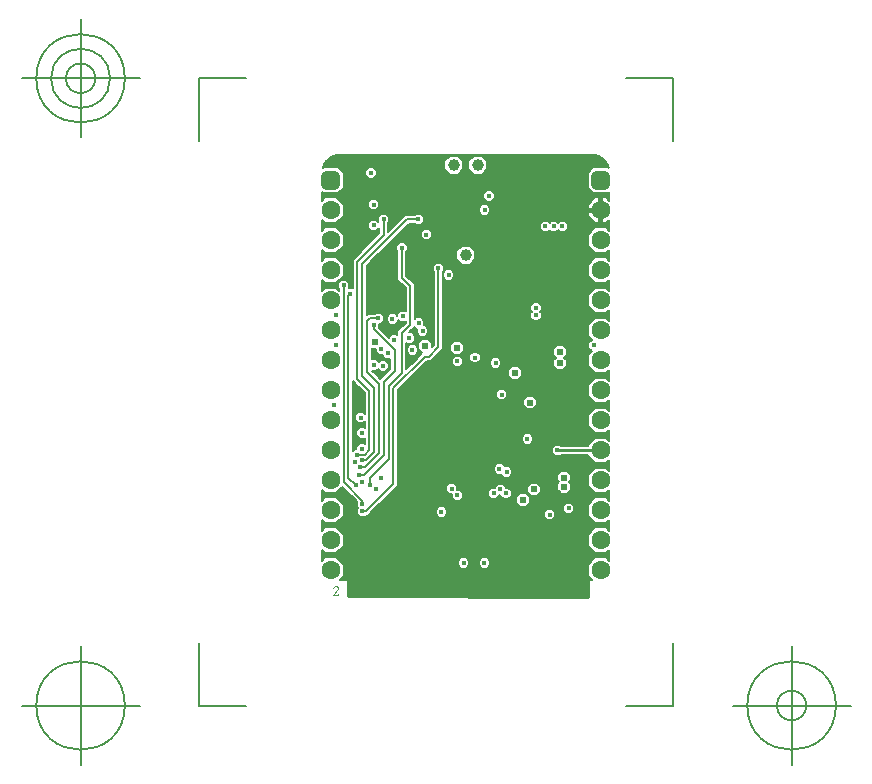
<source format=gbr>
G04 Generated by Ultiboard 11.0 *
%FSLAX25Y25*%
%MOIN*%

%ADD10C,0.00600*%
%ADD11C,0.00112*%
%ADD12C,0.01000*%
%ADD13C,0.00800*%
%ADD14C,0.00700*%
%ADD15C,0.00500*%
%ADD16C,0.01575*%
%ADD17C,0.02400*%
%ADD18C,0.01969*%
%ADD19R,0.02382X0.02382*%
%ADD20C,0.03917*%
%ADD21C,0.06299*%
%ADD22C,0.03937*%


G04 ColorRGB CCFFCC for the following layer *
%LNCopper Inner 1*%
%LPD*%
%FSLAX25Y25*%
%MOIN*%
G54D10*
X-974Y-14350D02*
X1802Y-14350D01*
X1802Y-14350D02*
X4350Y-11802D01*
X4350Y-11802D02*
X4350Y-8198D01*
X4350Y-8198D02*
X1802Y-5650D01*
X1802Y-5650D02*
X-974Y-5650D01*
X-974Y-5650D02*
X-974Y-4350D01*
X-974Y-4350D02*
X2499Y-4350D01*
X2499Y-4350D02*
X4350Y-2499D01*
X4350Y-2499D02*
X4350Y2499D01*
X4350Y2499D02*
X2499Y4350D01*
X2499Y4350D02*
X-974Y4350D01*
X-974Y4350D02*
X-974Y6893D01*
X-974Y6893D02*
X-732Y7114D01*
X-732Y7114D02*
X-310Y7438D01*
X-310Y7438D02*
X139Y7724D01*
X139Y7724D02*
X611Y7970D01*
X611Y7970D02*
X1103Y8173D01*
X1103Y8173D02*
X1610Y8333D01*
X1610Y8333D02*
X2130Y8449D01*
X2130Y8449D02*
X2657Y8518D01*
X2657Y8518D02*
X3217Y8543D01*
X3217Y8543D02*
X5157Y8543D01*
X5157Y8543D02*
X5157Y-33113D01*
X5157Y-33113D02*
X3593Y-33113D01*
X3593Y-33113D02*
X2488Y-34218D01*
X2488Y-34218D02*
X2488Y-35782D01*
X2488Y-35782D02*
X2875Y-36169D01*
X2875Y-36169D02*
X2875Y-36865D01*
X2875Y-36865D02*
X1760Y-35750D01*
X1760Y-35750D02*
X-974Y-35750D01*
X-974Y-35750D02*
X-974Y-34350D01*
X-974Y-34350D02*
X1802Y-34350D01*
X1802Y-34350D02*
X4350Y-31802D01*
X4350Y-31802D02*
X4350Y-28198D01*
X4350Y-28198D02*
X1802Y-25650D01*
X1802Y-25650D02*
X-974Y-25650D01*
X-974Y-25650D02*
X-974Y-24350D01*
X-974Y-24350D02*
X1802Y-24350D01*
X1802Y-24350D02*
X4350Y-21802D01*
X4350Y-21802D02*
X4350Y-18198D01*
X4350Y-18198D02*
X1802Y-15650D01*
X1802Y-15650D02*
X-974Y-15650D01*
X-974Y-15650D02*
X-974Y-14350D01*
G36*
X-974Y-14350D02*
X1802Y-14350D01*
X4350Y-11802D01*
X4350Y-8198D01*
X1802Y-5650D01*
X-974Y-5650D01*
X-974Y-4350D01*
X2499Y-4350D01*
X4350Y-2499D01*
X4350Y2499D01*
X2499Y4350D01*
X-974Y4350D01*
X-974Y6893D01*
X-732Y7114D01*
X-310Y7438D01*
X139Y7724D01*
X611Y7970D01*
X1103Y8173D01*
X1610Y8333D01*
X2130Y8449D01*
X2657Y8518D01*
X3217Y8543D01*
X5157Y8543D01*
X5157Y-33113D01*
X3593Y-33113D01*
X2488Y-34218D01*
X2488Y-35782D01*
X2875Y-36169D01*
X2875Y-36865D01*
X1760Y-35750D01*
X-974Y-35750D01*
X-974Y-34350D01*
X1802Y-34350D01*
X4350Y-31802D01*
X4350Y-28198D01*
X1802Y-25650D01*
X-974Y-25650D01*
X-974Y-24350D01*
X1802Y-24350D01*
X4350Y-21802D01*
X4350Y-18198D01*
X1802Y-15650D01*
X-974Y-15650D01*
X-974Y-14350D01*
G37*
X-974Y-14350D02*
X1802Y-14350D01*
X1802Y-14350D02*
X4350Y-11802D01*
X4350Y-11802D02*
X4350Y-8198D01*
X4350Y-8198D02*
X1802Y-5650D01*
X1802Y-5650D02*
X-974Y-5650D01*
X-974Y-5650D02*
X-974Y-4350D01*
X-974Y-4350D02*
X2499Y-4350D01*
X2499Y-4350D02*
X4350Y-2499D01*
X4350Y-2499D02*
X4350Y2499D01*
X4350Y2499D02*
X2499Y4350D01*
X2499Y4350D02*
X-974Y4350D01*
X-974Y4350D02*
X-974Y6893D01*
X-974Y6893D02*
X-732Y7114D01*
X-732Y7114D02*
X-310Y7438D01*
X-310Y7438D02*
X139Y7724D01*
X139Y7724D02*
X611Y7970D01*
X611Y7970D02*
X1103Y8173D01*
X1103Y8173D02*
X1610Y8333D01*
X1610Y8333D02*
X2130Y8449D01*
X2130Y8449D02*
X2657Y8518D01*
X2657Y8518D02*
X3217Y8543D01*
X3217Y8543D02*
X5157Y8543D01*
X5157Y8543D02*
X5157Y-33113D01*
X5157Y-33113D02*
X3593Y-33113D01*
X3593Y-33113D02*
X2488Y-34218D01*
X2488Y-34218D02*
X2488Y-35782D01*
X2488Y-35782D02*
X2875Y-36169D01*
X2875Y-36169D02*
X2875Y-36865D01*
X2875Y-36865D02*
X1760Y-35750D01*
X1760Y-35750D02*
X-974Y-35750D01*
X-974Y-35750D02*
X-974Y-34350D01*
X-974Y-34350D02*
X1802Y-34350D01*
X1802Y-34350D02*
X4350Y-31802D01*
X4350Y-31802D02*
X4350Y-28198D01*
X4350Y-28198D02*
X1802Y-25650D01*
X1802Y-25650D02*
X-974Y-25650D01*
X-974Y-25650D02*
X-974Y-24350D01*
X-974Y-24350D02*
X1802Y-24350D01*
X1802Y-24350D02*
X4350Y-21802D01*
X4350Y-21802D02*
X4350Y-18198D01*
X4350Y-18198D02*
X1802Y-15650D01*
X1802Y-15650D02*
X-974Y-15650D01*
X-974Y-15650D02*
X-974Y-14350D01*
X-2913Y-23239D02*
X-1802Y-24350D01*
X-1802Y-24350D02*
X-974Y-24350D01*
X-974Y-24350D02*
X-974Y-25650D01*
X-974Y-25650D02*
X-1802Y-25650D01*
X-1802Y-25650D02*
X-2913Y-26761D01*
X-2913Y-26761D02*
X-2913Y-23239D01*
G36*
X-2913Y-23239D02*
X-1802Y-24350D01*
X-974Y-24350D01*
X-974Y-25650D01*
X-1802Y-25650D01*
X-2913Y-26761D01*
X-2913Y-23239D01*
G37*
X-2913Y-23239D02*
X-1802Y-24350D01*
X-1802Y-24350D02*
X-974Y-24350D01*
X-974Y-24350D02*
X-974Y-25650D01*
X-974Y-25650D02*
X-1802Y-25650D01*
X-1802Y-25650D02*
X-2913Y-26761D01*
X-2913Y-26761D02*
X-2913Y-23239D01*
X-974Y4350D02*
X-2499Y4350D01*
X-2499Y4350D02*
X-2646Y4203D01*
X-2646Y4203D02*
X-2543Y4527D01*
X-2543Y4527D02*
X-2340Y5019D01*
X-2340Y5019D02*
X-2094Y5491D01*
X-2094Y5491D02*
X-1808Y5940D01*
X-1808Y5940D02*
X-1484Y6362D01*
X-1484Y6362D02*
X-1125Y6755D01*
X-1125Y6755D02*
X-974Y6893D01*
X-974Y6893D02*
X-974Y4350D01*
G36*
X-974Y4350D02*
X-2499Y4350D01*
X-2646Y4203D01*
X-2543Y4527D01*
X-2340Y5019D01*
X-2094Y5491D01*
X-1808Y5940D01*
X-1484Y6362D01*
X-1125Y6755D01*
X-974Y6893D01*
X-974Y4350D01*
G37*
X-974Y4350D02*
X-2499Y4350D01*
X-2499Y4350D02*
X-2646Y4203D01*
X-2646Y4203D02*
X-2543Y4527D01*
X-2543Y4527D02*
X-2340Y5019D01*
X-2340Y5019D02*
X-2094Y5491D01*
X-2094Y5491D02*
X-1808Y5940D01*
X-1808Y5940D02*
X-1484Y6362D01*
X-1484Y6362D02*
X-1125Y6755D01*
X-1125Y6755D02*
X-974Y6893D01*
X-974Y6893D02*
X-974Y4350D01*
X-974Y-35750D02*
X-1760Y-35750D01*
X-1760Y-35750D02*
X-2913Y-36903D01*
X-2913Y-36903D02*
X-2913Y-33239D01*
X-2913Y-33239D02*
X-1802Y-34350D01*
X-1802Y-34350D02*
X-974Y-34350D01*
X-974Y-34350D02*
X-974Y-35750D01*
G36*
X-974Y-35750D02*
X-1760Y-35750D01*
X-2913Y-36903D01*
X-2913Y-33239D01*
X-1802Y-34350D01*
X-974Y-34350D01*
X-974Y-35750D01*
G37*
X-974Y-35750D02*
X-1760Y-35750D01*
X-1760Y-35750D02*
X-2913Y-36903D01*
X-2913Y-36903D02*
X-2913Y-33239D01*
X-2913Y-33239D02*
X-1802Y-34350D01*
X-1802Y-34350D02*
X-974Y-34350D01*
X-974Y-34350D02*
X-974Y-35750D01*
X-2913Y-13239D02*
X-1802Y-14350D01*
X-1802Y-14350D02*
X-974Y-14350D01*
X-974Y-14350D02*
X-974Y-15650D01*
X-974Y-15650D02*
X-1802Y-15650D01*
X-1802Y-15650D02*
X-2913Y-16761D01*
X-2913Y-16761D02*
X-2913Y-13239D01*
G36*
X-2913Y-13239D02*
X-1802Y-14350D01*
X-974Y-14350D01*
X-974Y-15650D01*
X-1802Y-15650D01*
X-2913Y-16761D01*
X-2913Y-13239D01*
G37*
X-2913Y-13239D02*
X-1802Y-14350D01*
X-1802Y-14350D02*
X-974Y-14350D01*
X-974Y-14350D02*
X-974Y-15650D01*
X-974Y-15650D02*
X-1802Y-15650D01*
X-1802Y-15650D02*
X-2913Y-16761D01*
X-2913Y-16761D02*
X-2913Y-13239D01*
X-974Y-5650D02*
X-1802Y-5650D01*
X-1802Y-5650D02*
X-2913Y-6761D01*
X-2913Y-6761D02*
X-2913Y-3936D01*
X-2913Y-3936D02*
X-2499Y-4350D01*
X-2499Y-4350D02*
X-974Y-4350D01*
X-974Y-4350D02*
X-974Y-5650D01*
G36*
X-974Y-5650D02*
X-1802Y-5650D01*
X-2913Y-6761D01*
X-2913Y-3936D01*
X-2499Y-4350D01*
X-974Y-4350D01*
X-974Y-5650D01*
G37*
X-974Y-5650D02*
X-1802Y-5650D01*
X-1802Y-5650D02*
X-2913Y-6761D01*
X-2913Y-6761D02*
X-2913Y-3936D01*
X-2913Y-3936D02*
X-2499Y-4350D01*
X-2499Y-4350D02*
X-974Y-4350D01*
X-974Y-4350D02*
X-974Y-5650D01*
X1287Y-115650D02*
X-1802Y-115650D01*
X-1802Y-115650D02*
X-2913Y-116761D01*
X-2913Y-116761D02*
X-2913Y-113239D01*
X-2913Y-113239D02*
X-1802Y-114350D01*
X-1802Y-114350D02*
X1287Y-114350D01*
X1287Y-114350D02*
X1287Y-115650D01*
G36*
X1287Y-115650D02*
X-1802Y-115650D01*
X-2913Y-116761D01*
X-2913Y-113239D01*
X-1802Y-114350D01*
X1287Y-114350D01*
X1287Y-115650D01*
G37*
X1287Y-115650D02*
X-1802Y-115650D01*
X-1802Y-115650D02*
X-2913Y-116761D01*
X-2913Y-116761D02*
X-2913Y-113239D01*
X-2913Y-113239D02*
X-1802Y-114350D01*
X-1802Y-114350D02*
X1287Y-114350D01*
X1287Y-114350D02*
X1287Y-115650D01*
X-2913Y-103097D02*
X-1760Y-104250D01*
X-1760Y-104250D02*
X1287Y-104250D01*
X1287Y-104250D02*
X1287Y-105650D01*
X1287Y-105650D02*
X-1802Y-105650D01*
X-1802Y-105650D02*
X-2913Y-106761D01*
X-2913Y-106761D02*
X-2913Y-103097D01*
G36*
X-2913Y-103097D02*
X-1760Y-104250D01*
X1287Y-104250D01*
X1287Y-105650D01*
X-1802Y-105650D01*
X-2913Y-106761D01*
X-2913Y-103097D01*
G37*
X-2913Y-103097D02*
X-1760Y-104250D01*
X-1760Y-104250D02*
X1287Y-104250D01*
X1287Y-104250D02*
X1287Y-105650D01*
X1287Y-105650D02*
X-1802Y-105650D01*
X-1802Y-105650D02*
X-2913Y-106761D01*
X-2913Y-106761D02*
X-2913Y-103097D01*
X-2913Y-123239D02*
X-1802Y-124350D01*
X-1802Y-124350D02*
X1287Y-124350D01*
X1287Y-124350D02*
X1287Y-125650D01*
X1287Y-125650D02*
X-1802Y-125650D01*
X-1802Y-125650D02*
X-2913Y-126761D01*
X-2913Y-126761D02*
X-2913Y-123239D01*
G36*
X-2913Y-123239D02*
X-1802Y-124350D01*
X1287Y-124350D01*
X1287Y-125650D01*
X-1802Y-125650D01*
X-2913Y-126761D01*
X-2913Y-123239D01*
G37*
X-2913Y-123239D02*
X-1802Y-124350D01*
X-1802Y-124350D02*
X1287Y-124350D01*
X1287Y-124350D02*
X1287Y-125650D01*
X1287Y-125650D02*
X-1802Y-125650D01*
X-1802Y-125650D02*
X-2913Y-126761D01*
X-2913Y-126761D02*
X-2913Y-123239D01*
X5157Y8543D02*
X14219Y8543D01*
X14219Y8543D02*
X14219Y4294D01*
X14219Y4294D02*
X12656Y4294D01*
X12656Y4294D02*
X11550Y3188D01*
X11550Y3188D02*
X11550Y1625D01*
X11550Y1625D02*
X12656Y519D01*
X12656Y519D02*
X14219Y519D01*
X14219Y519D02*
X14219Y-6238D01*
X14219Y-6238D02*
X13593Y-6238D01*
X13593Y-6238D02*
X12488Y-7343D01*
X12488Y-7343D02*
X12488Y-8907D01*
X12488Y-8907D02*
X13593Y-10012D01*
X13593Y-10012D02*
X14219Y-10012D01*
X14219Y-10012D02*
X14219Y-13113D01*
X14219Y-13113D02*
X13593Y-13113D01*
X13593Y-13113D02*
X12488Y-14218D01*
X12488Y-14218D02*
X12488Y-15782D01*
X12488Y-15782D02*
X13593Y-16887D01*
X13593Y-16887D02*
X14219Y-16887D01*
X14219Y-16887D02*
X14219Y-19659D01*
X14219Y-19659D02*
X7375Y-26504D01*
X7375Y-26504D02*
X7375Y-35956D01*
X7375Y-35956D02*
X7344Y-35925D01*
X7344Y-35925D02*
X6119Y-35925D01*
X6119Y-35925D02*
X6262Y-35782D01*
X6262Y-35782D02*
X6262Y-34218D01*
X6262Y-34218D02*
X5157Y-33113D01*
X5157Y-33113D02*
X5157Y8543D01*
G36*
X5157Y8543D02*
X14219Y8543D01*
X14219Y4294D01*
X12656Y4294D01*
X11550Y3188D01*
X11550Y1625D01*
X12656Y519D01*
X14219Y519D01*
X14219Y-6238D01*
X13593Y-6238D01*
X12488Y-7343D01*
X12488Y-8907D01*
X13593Y-10012D01*
X14219Y-10012D01*
X14219Y-13113D01*
X13593Y-13113D01*
X12488Y-14218D01*
X12488Y-15782D01*
X13593Y-16887D01*
X14219Y-16887D01*
X14219Y-19659D01*
X7375Y-26504D01*
X7375Y-35956D01*
X7344Y-35925D01*
X6119Y-35925D01*
X6262Y-35782D01*
X6262Y-34218D01*
X5157Y-33113D01*
X5157Y8543D01*
G37*
X5157Y8543D02*
X14219Y8543D01*
X14219Y8543D02*
X14219Y4294D01*
X14219Y4294D02*
X12656Y4294D01*
X12656Y4294D02*
X11550Y3188D01*
X11550Y3188D02*
X11550Y1625D01*
X11550Y1625D02*
X12656Y519D01*
X12656Y519D02*
X14219Y519D01*
X14219Y519D02*
X14219Y-6238D01*
X14219Y-6238D02*
X13593Y-6238D01*
X13593Y-6238D02*
X12488Y-7343D01*
X12488Y-7343D02*
X12488Y-8907D01*
X12488Y-8907D02*
X13593Y-10012D01*
X13593Y-10012D02*
X14219Y-10012D01*
X14219Y-10012D02*
X14219Y-13113D01*
X14219Y-13113D02*
X13593Y-13113D01*
X13593Y-13113D02*
X12488Y-14218D01*
X12488Y-14218D02*
X12488Y-15782D01*
X12488Y-15782D02*
X13593Y-16887D01*
X13593Y-16887D02*
X14219Y-16887D01*
X14219Y-16887D02*
X14219Y-19659D01*
X14219Y-19659D02*
X7375Y-26504D01*
X7375Y-26504D02*
X7375Y-35956D01*
X7375Y-35956D02*
X7344Y-35925D01*
X7344Y-35925D02*
X6119Y-35925D01*
X6119Y-35925D02*
X6262Y-35782D01*
X6262Y-35782D02*
X6262Y-34218D01*
X6262Y-34218D02*
X5157Y-33113D01*
X5157Y-33113D02*
X5157Y8543D01*
X37731Y6346D02*
X37731Y3646D01*
X37731Y3646D02*
X39646Y1731D01*
X39646Y1731D02*
X42354Y1731D01*
X42354Y1731D02*
X44269Y3646D01*
X44269Y3646D02*
X44269Y6346D01*
X44269Y6346D02*
X45000Y6346D01*
X45000Y6346D02*
X45000Y-12188D01*
X45000Y-12188D02*
X31112Y-12188D01*
X31112Y-12188D02*
X30007Y-11083D01*
X30007Y-11083D02*
X28443Y-11083D01*
X28443Y-11083D02*
X28056Y-11470D01*
X28056Y-11470D02*
X25410Y-11470D01*
X25410Y-11470D02*
X24834Y-11470D01*
X24834Y-11470D02*
X24116Y-12188D01*
X24116Y-12188D02*
X19550Y-12188D01*
X19550Y-12188D02*
X18444Y-11083D01*
X18444Y-11083D02*
X16881Y-11083D01*
X16881Y-11083D02*
X15775Y-12188D01*
X15775Y-12188D02*
X14219Y-12188D01*
X14219Y-12188D02*
X14219Y-10012D01*
X14219Y-10012D02*
X15157Y-10012D01*
X15157Y-10012D02*
X16262Y-8907D01*
X16262Y-8907D02*
X16262Y-7343D01*
X16262Y-7343D02*
X15157Y-6238D01*
X15157Y-6238D02*
X14219Y-6238D01*
X14219Y-6238D02*
X14219Y519D01*
X14219Y519D02*
X15325Y1625D01*
X15325Y1625D02*
X15325Y3188D01*
X15325Y3188D02*
X14219Y4294D01*
X14219Y4294D02*
X14219Y6346D01*
X14219Y6346D02*
X37731Y6346D01*
G36*
X37731Y6346D02*
X37731Y3646D01*
X39646Y1731D01*
X42354Y1731D01*
X44269Y3646D01*
X44269Y6346D01*
X45000Y6346D01*
X45000Y-12188D01*
X31112Y-12188D01*
X30007Y-11083D01*
X28443Y-11083D01*
X28056Y-11470D01*
X25410Y-11470D01*
X24834Y-11470D01*
X24116Y-12188D01*
X19550Y-12188D01*
X18444Y-11083D01*
X16881Y-11083D01*
X15775Y-12188D01*
X14219Y-12188D01*
X14219Y-10012D01*
X15157Y-10012D01*
X16262Y-8907D01*
X16262Y-7343D01*
X15157Y-6238D01*
X14219Y-6238D01*
X14219Y519D01*
X15325Y1625D01*
X15325Y3188D01*
X14219Y4294D01*
X14219Y6346D01*
X37731Y6346D01*
G37*
X37731Y6346D02*
X37731Y3646D01*
X37731Y3646D02*
X39646Y1731D01*
X39646Y1731D02*
X42354Y1731D01*
X42354Y1731D02*
X44269Y3646D01*
X44269Y3646D02*
X44269Y6346D01*
X44269Y6346D02*
X45000Y6346D01*
X45000Y6346D02*
X45000Y-12188D01*
X45000Y-12188D02*
X31112Y-12188D01*
X31112Y-12188D02*
X30007Y-11083D01*
X30007Y-11083D02*
X28443Y-11083D01*
X28443Y-11083D02*
X28056Y-11470D01*
X28056Y-11470D02*
X25410Y-11470D01*
X25410Y-11470D02*
X24834Y-11470D01*
X24834Y-11470D02*
X24116Y-12188D01*
X24116Y-12188D02*
X19550Y-12188D01*
X19550Y-12188D02*
X18444Y-11083D01*
X18444Y-11083D02*
X16881Y-11083D01*
X16881Y-11083D02*
X15775Y-12188D01*
X15775Y-12188D02*
X14219Y-12188D01*
X14219Y-12188D02*
X14219Y-10012D01*
X14219Y-10012D02*
X15157Y-10012D01*
X15157Y-10012D02*
X16262Y-8907D01*
X16262Y-8907D02*
X16262Y-7343D01*
X16262Y-7343D02*
X15157Y-6238D01*
X15157Y-6238D02*
X14219Y-6238D01*
X14219Y-6238D02*
X14219Y519D01*
X14219Y519D02*
X15325Y1625D01*
X15325Y1625D02*
X15325Y3188D01*
X15325Y3188D02*
X14219Y4294D01*
X14219Y4294D02*
X14219Y6346D01*
X14219Y6346D02*
X37731Y6346D01*
X45731Y6346D02*
X45731Y3646D01*
X45731Y3646D02*
X47646Y1731D01*
X47646Y1731D02*
X50354Y1731D01*
X50354Y1731D02*
X52269Y3646D01*
X52269Y3646D02*
X52269Y6346D01*
X52269Y6346D02*
X53594Y6346D01*
X53594Y6346D02*
X53594Y-3292D01*
X53594Y-3292D02*
X52031Y-3292D01*
X52031Y-3292D02*
X50925Y-4398D01*
X50925Y-4398D02*
X50925Y-5961D01*
X50925Y-5961D02*
X52031Y-7067D01*
X52031Y-7067D02*
X53594Y-7067D01*
X53594Y-7067D02*
X53594Y-9061D01*
X53594Y-9061D02*
X53187Y-9061D01*
X53187Y-9061D02*
X52081Y-7955D01*
X52081Y-7955D02*
X50517Y-7955D01*
X50517Y-7955D02*
X49412Y-9061D01*
X49412Y-9061D02*
X45000Y-9061D01*
X45000Y-9061D02*
X45000Y6346D01*
X45000Y6346D02*
X45731Y6346D01*
G36*
X45731Y6346D02*
X45731Y3646D01*
X47646Y1731D01*
X50354Y1731D01*
X52269Y3646D01*
X52269Y6346D01*
X53594Y6346D01*
X53594Y-3292D01*
X52031Y-3292D01*
X50925Y-4398D01*
X50925Y-5961D01*
X52031Y-7067D01*
X53594Y-7067D01*
X53594Y-9061D01*
X53187Y-9061D01*
X52081Y-7955D01*
X50517Y-7955D01*
X49412Y-9061D01*
X45000Y-9061D01*
X45000Y6346D01*
X45731Y6346D01*
G37*
X45731Y6346D02*
X45731Y3646D01*
X45731Y3646D02*
X47646Y1731D01*
X47646Y1731D02*
X50354Y1731D01*
X50354Y1731D02*
X52269Y3646D01*
X52269Y3646D02*
X52269Y6346D01*
X52269Y6346D02*
X53594Y6346D01*
X53594Y6346D02*
X53594Y-3292D01*
X53594Y-3292D02*
X52031Y-3292D01*
X52031Y-3292D02*
X50925Y-4398D01*
X50925Y-4398D02*
X50925Y-5961D01*
X50925Y-5961D02*
X52031Y-7067D01*
X52031Y-7067D02*
X53594Y-7067D01*
X53594Y-7067D02*
X53594Y-9061D01*
X53594Y-9061D02*
X53187Y-9061D01*
X53187Y-9061D02*
X52081Y-7955D01*
X52081Y-7955D02*
X50517Y-7955D01*
X50517Y-7955D02*
X49412Y-9061D01*
X49412Y-9061D02*
X45000Y-9061D01*
X45000Y-9061D02*
X45000Y6346D01*
X45000Y6346D02*
X45731Y6346D01*
X85650Y1287D02*
X85650Y-2499D01*
X85650Y-2499D02*
X87501Y-4350D01*
X87501Y-4350D02*
X92499Y-4350D01*
X92499Y-4350D02*
X92913Y-3936D01*
X92913Y-3936D02*
X92913Y-6761D01*
X92913Y-6761D02*
X91802Y-5650D01*
X91802Y-5650D02*
X90450Y-5650D01*
X90450Y-5650D02*
X90450Y-9061D01*
X90450Y-9061D02*
X89550Y-9061D01*
X89550Y-9061D02*
X89550Y-5650D01*
X89550Y-5650D02*
X88198Y-5650D01*
X88198Y-5650D02*
X85650Y-8198D01*
X85650Y-8198D02*
X85650Y-9061D01*
X85650Y-9061D02*
X53594Y-9061D01*
X53594Y-9061D02*
X53594Y-7067D01*
X53594Y-7067D02*
X54700Y-5961D01*
X54700Y-5961D02*
X54700Y-4398D01*
X54700Y-4398D02*
X53594Y-3292D01*
X53594Y-3292D02*
X53594Y1287D01*
X53594Y1287D02*
X85650Y1287D01*
G36*
X85650Y1287D02*
X85650Y-2499D01*
X87501Y-4350D01*
X92499Y-4350D01*
X92913Y-3936D01*
X92913Y-6761D01*
X91802Y-5650D01*
X90450Y-5650D01*
X90450Y-9061D01*
X89550Y-9061D01*
X89550Y-5650D01*
X88198Y-5650D01*
X85650Y-8198D01*
X85650Y-9061D01*
X53594Y-9061D01*
X53594Y-7067D01*
X54700Y-5961D01*
X54700Y-4398D01*
X53594Y-3292D01*
X53594Y1287D01*
X85650Y1287D01*
G37*
X85650Y1287D02*
X85650Y-2499D01*
X85650Y-2499D02*
X87501Y-4350D01*
X87501Y-4350D02*
X92499Y-4350D01*
X92499Y-4350D02*
X92913Y-3936D01*
X92913Y-3936D02*
X92913Y-6761D01*
X92913Y-6761D02*
X91802Y-5650D01*
X91802Y-5650D02*
X90450Y-5650D01*
X90450Y-5650D02*
X90450Y-9061D01*
X90450Y-9061D02*
X89550Y-9061D01*
X89550Y-9061D02*
X89550Y-5650D01*
X89550Y-5650D02*
X88198Y-5650D01*
X88198Y-5650D02*
X85650Y-8198D01*
X85650Y-8198D02*
X85650Y-9061D01*
X85650Y-9061D02*
X53594Y-9061D01*
X53594Y-9061D02*
X53594Y-7067D01*
X53594Y-7067D02*
X54700Y-5961D01*
X54700Y-5961D02*
X54700Y-4398D01*
X54700Y-4398D02*
X53594Y-3292D01*
X53594Y-3292D02*
X53594Y1287D01*
X53594Y1287D02*
X85650Y1287D01*
X1287Y-104250D02*
X1760Y-104250D01*
X1760Y-104250D02*
X3857Y-102153D01*
X3857Y-102153D02*
X8738Y-107034D01*
X8738Y-107034D02*
X8738Y-108594D01*
X8738Y-108594D02*
X9206Y-109062D01*
X9206Y-109062D02*
X8738Y-109531D01*
X8738Y-109531D02*
X8738Y-111094D01*
X8738Y-111094D02*
X9843Y-112200D01*
X9843Y-112200D02*
X10004Y-112200D01*
X10004Y-112200D02*
X10004Y-133125D01*
X10004Y-133125D02*
X3026Y-133125D01*
X3026Y-133125D02*
X4350Y-131802D01*
X4350Y-131802D02*
X4350Y-128198D01*
X4350Y-128198D02*
X1802Y-125650D01*
X1802Y-125650D02*
X1287Y-125650D01*
X1287Y-125650D02*
X1287Y-124350D01*
X1287Y-124350D02*
X1802Y-124350D01*
X1802Y-124350D02*
X4350Y-121802D01*
X4350Y-121802D02*
X4350Y-118198D01*
X4350Y-118198D02*
X1802Y-115650D01*
X1802Y-115650D02*
X1287Y-115650D01*
X1287Y-115650D02*
X1287Y-114350D01*
X1287Y-114350D02*
X1802Y-114350D01*
X1802Y-114350D02*
X4350Y-111802D01*
X4350Y-111802D02*
X4350Y-108198D01*
X4350Y-108198D02*
X1802Y-105650D01*
X1802Y-105650D02*
X1287Y-105650D01*
X1287Y-105650D02*
X1287Y-104250D01*
G36*
X1287Y-104250D02*
X1760Y-104250D01*
X3857Y-102153D01*
X8738Y-107034D01*
X8738Y-108594D01*
X9206Y-109062D01*
X8738Y-109531D01*
X8738Y-111094D01*
X9843Y-112200D01*
X10004Y-112200D01*
X10004Y-133125D01*
X3026Y-133125D01*
X4350Y-131802D01*
X4350Y-128198D01*
X1802Y-125650D01*
X1287Y-125650D01*
X1287Y-124350D01*
X1802Y-124350D01*
X4350Y-121802D01*
X4350Y-118198D01*
X1802Y-115650D01*
X1287Y-115650D01*
X1287Y-114350D01*
X1802Y-114350D01*
X4350Y-111802D01*
X4350Y-108198D01*
X1802Y-105650D01*
X1287Y-105650D01*
X1287Y-104250D01*
G37*
X1287Y-104250D02*
X1760Y-104250D01*
X1760Y-104250D02*
X3857Y-102153D01*
X3857Y-102153D02*
X8738Y-107034D01*
X8738Y-107034D02*
X8738Y-108594D01*
X8738Y-108594D02*
X9206Y-109062D01*
X9206Y-109062D02*
X8738Y-109531D01*
X8738Y-109531D02*
X8738Y-111094D01*
X8738Y-111094D02*
X9843Y-112200D01*
X9843Y-112200D02*
X10004Y-112200D01*
X10004Y-112200D02*
X10004Y-133125D01*
X10004Y-133125D02*
X3026Y-133125D01*
X3026Y-133125D02*
X4350Y-131802D01*
X4350Y-131802D02*
X4350Y-128198D01*
X4350Y-128198D02*
X1802Y-125650D01*
X1802Y-125650D02*
X1287Y-125650D01*
X1287Y-125650D02*
X1287Y-124350D01*
X1287Y-124350D02*
X1802Y-124350D01*
X1802Y-124350D02*
X4350Y-121802D01*
X4350Y-121802D02*
X4350Y-118198D01*
X4350Y-118198D02*
X1802Y-115650D01*
X1802Y-115650D02*
X1287Y-115650D01*
X1287Y-115650D02*
X1287Y-114350D01*
X1287Y-114350D02*
X1802Y-114350D01*
X1802Y-114350D02*
X4350Y-111802D01*
X4350Y-111802D02*
X4350Y-108198D01*
X4350Y-108198D02*
X1802Y-105650D01*
X1802Y-105650D02*
X1287Y-105650D01*
X1287Y-105650D02*
X1287Y-104250D01*
X13907Y-110319D02*
X13907Y-133125D01*
X13907Y-133125D02*
X10004Y-133125D01*
X10004Y-133125D02*
X10004Y-112200D01*
X10004Y-112200D02*
X11407Y-112200D01*
X11407Y-112200D02*
X11794Y-111812D01*
X11794Y-111812D02*
X12413Y-111812D01*
X12413Y-111812D02*
X13907Y-110319D01*
G36*
X13907Y-110319D02*
X13907Y-133125D01*
X10004Y-133125D01*
X10004Y-112200D01*
X11407Y-112200D01*
X11794Y-111812D01*
X12413Y-111812D01*
X13907Y-110319D01*
G37*
X13907Y-110319D02*
X13907Y-133125D01*
X13907Y-133125D02*
X10004Y-133125D01*
X10004Y-133125D02*
X10004Y-112200D01*
X10004Y-112200D02*
X11407Y-112200D01*
X11407Y-112200D02*
X11794Y-111812D01*
X11794Y-111812D02*
X12413Y-111812D01*
X12413Y-111812D02*
X13907Y-110319D01*
X13907Y-110319D02*
X20007Y-104218D01*
X20007Y-104218D02*
X37696Y-104218D01*
X37696Y-104218D02*
X37696Y-108644D01*
X37696Y-108644D02*
X36133Y-108644D01*
X36133Y-108644D02*
X35027Y-109750D01*
X35027Y-109750D02*
X35027Y-111313D01*
X35027Y-111313D02*
X36133Y-112419D01*
X36133Y-112419D02*
X37696Y-112419D01*
X37696Y-112419D02*
X37696Y-133125D01*
X37696Y-133125D02*
X13907Y-133125D01*
X13907Y-133125D02*
X13907Y-110319D01*
G36*
X13907Y-110319D02*
X20007Y-104218D01*
X37696Y-104218D01*
X37696Y-108644D01*
X36133Y-108644D01*
X35027Y-109750D01*
X35027Y-111313D01*
X36133Y-112419D01*
X37696Y-112419D01*
X37696Y-133125D01*
X13907Y-133125D01*
X13907Y-110319D01*
G37*
X13907Y-110319D02*
X20007Y-104218D01*
X20007Y-104218D02*
X37696Y-104218D01*
X37696Y-104218D02*
X37696Y-108644D01*
X37696Y-108644D02*
X36133Y-108644D01*
X36133Y-108644D02*
X35027Y-109750D01*
X35027Y-109750D02*
X35027Y-111313D01*
X35027Y-111313D02*
X36133Y-112419D01*
X36133Y-112419D02*
X37696Y-112419D01*
X37696Y-112419D02*
X37696Y-133125D01*
X37696Y-133125D02*
X13907Y-133125D01*
X13907Y-133125D02*
X13907Y-110319D01*
X37696Y-112419D02*
X38802Y-111313D01*
X38802Y-111313D02*
X38802Y-109750D01*
X38802Y-109750D02*
X37696Y-108644D01*
X37696Y-108644D02*
X37696Y-104218D01*
X37696Y-104218D02*
X39079Y-104218D01*
X39079Y-104218D02*
X39513Y-104653D01*
X39513Y-104653D02*
X40300Y-104653D01*
X40300Y-104653D02*
X40300Y-105782D01*
X40300Y-105782D02*
X41406Y-106887D01*
X41406Y-106887D02*
X42969Y-106887D01*
X42969Y-106887D02*
X44075Y-105782D01*
X44075Y-105782D02*
X44075Y-104218D01*
X44075Y-104218D02*
X45000Y-104218D01*
X45000Y-104218D02*
X45000Y-125613D01*
X45000Y-125613D02*
X43593Y-125613D01*
X43593Y-125613D02*
X42488Y-126718D01*
X42488Y-126718D02*
X42488Y-128282D01*
X42488Y-128282D02*
X43593Y-129387D01*
X43593Y-129387D02*
X45000Y-129387D01*
X45000Y-129387D02*
X45000Y-133125D01*
X45000Y-133125D02*
X37696Y-133125D01*
X37696Y-133125D02*
X37696Y-112419D01*
G36*
X37696Y-112419D02*
X38802Y-111313D01*
X38802Y-109750D01*
X37696Y-108644D01*
X37696Y-104218D01*
X39079Y-104218D01*
X39513Y-104653D01*
X40300Y-104653D01*
X40300Y-105782D01*
X41406Y-106887D01*
X42969Y-106887D01*
X44075Y-105782D01*
X44075Y-104218D01*
X45000Y-104218D01*
X45000Y-125613D01*
X43593Y-125613D01*
X42488Y-126718D01*
X42488Y-128282D01*
X43593Y-129387D01*
X45000Y-129387D01*
X45000Y-133125D01*
X37696Y-133125D01*
X37696Y-112419D01*
G37*
X37696Y-112419D02*
X38802Y-111313D01*
X38802Y-111313D02*
X38802Y-109750D01*
X38802Y-109750D02*
X37696Y-108644D01*
X37696Y-108644D02*
X37696Y-104218D01*
X37696Y-104218D02*
X39079Y-104218D01*
X39079Y-104218D02*
X39513Y-104653D01*
X39513Y-104653D02*
X40300Y-104653D01*
X40300Y-104653D02*
X40300Y-105782D01*
X40300Y-105782D02*
X41406Y-106887D01*
X41406Y-106887D02*
X42969Y-106887D01*
X42969Y-106887D02*
X44075Y-105782D01*
X44075Y-105782D02*
X44075Y-104218D01*
X44075Y-104218D02*
X45000Y-104218D01*
X45000Y-104218D02*
X45000Y-125613D01*
X45000Y-125613D02*
X43593Y-125613D01*
X43593Y-125613D02*
X42488Y-126718D01*
X42488Y-126718D02*
X42488Y-128282D01*
X42488Y-128282D02*
X43593Y-129387D01*
X43593Y-129387D02*
X45000Y-129387D01*
X45000Y-129387D02*
X45000Y-133125D01*
X45000Y-133125D02*
X37696Y-133125D01*
X37696Y-133125D02*
X37696Y-112419D01*
X52032Y-125613D02*
X50468Y-125613D01*
X50468Y-125613D02*
X49363Y-126718D01*
X49363Y-126718D02*
X49363Y-128282D01*
X49363Y-128282D02*
X50468Y-129387D01*
X50468Y-129387D02*
X52032Y-129387D01*
X52032Y-129387D02*
X52032Y-133125D01*
X52032Y-133125D02*
X45000Y-133125D01*
X45000Y-133125D02*
X45000Y-129387D01*
X45000Y-129387D02*
X45157Y-129387D01*
X45157Y-129387D02*
X46262Y-128282D01*
X46262Y-128282D02*
X46262Y-126718D01*
X46262Y-126718D02*
X45157Y-125613D01*
X45157Y-125613D02*
X45000Y-125613D01*
X45000Y-125613D02*
X45000Y-85887D01*
X45000Y-85887D02*
X52032Y-85887D01*
X52032Y-85887D02*
X52032Y-125613D01*
G36*
X52032Y-125613D02*
X50468Y-125613D01*
X49363Y-126718D01*
X49363Y-128282D01*
X50468Y-129387D01*
X52032Y-129387D01*
X52032Y-133125D01*
X45000Y-133125D01*
X45000Y-129387D01*
X45157Y-129387D01*
X46262Y-128282D01*
X46262Y-126718D01*
X45157Y-125613D01*
X45000Y-125613D01*
X45000Y-85887D01*
X52032Y-85887D01*
X52032Y-125613D01*
G37*
X52032Y-125613D02*
X50468Y-125613D01*
X50468Y-125613D02*
X49363Y-126718D01*
X49363Y-126718D02*
X49363Y-128282D01*
X49363Y-128282D02*
X50468Y-129387D01*
X50468Y-129387D02*
X52032Y-129387D01*
X52032Y-129387D02*
X52032Y-133125D01*
X52032Y-133125D02*
X45000Y-133125D01*
X45000Y-133125D02*
X45000Y-129387D01*
X45000Y-129387D02*
X45157Y-129387D01*
X45157Y-129387D02*
X46262Y-128282D01*
X46262Y-128282D02*
X46262Y-126718D01*
X46262Y-126718D02*
X45157Y-125613D01*
X45157Y-125613D02*
X45000Y-125613D01*
X45000Y-125613D02*
X45000Y-85887D01*
X45000Y-85887D02*
X52032Y-85887D01*
X52032Y-85887D02*
X52032Y-125613D01*
X65015Y-104263D02*
X63110Y-104263D01*
X63110Y-104263D02*
X61763Y-105610D01*
X61763Y-105610D02*
X61763Y-107515D01*
X61763Y-107515D02*
X63110Y-108863D01*
X63110Y-108863D02*
X65015Y-108863D01*
X65015Y-108863D02*
X65015Y-133125D01*
X65015Y-133125D02*
X52032Y-133125D01*
X52032Y-133125D02*
X52032Y-129387D01*
X52032Y-129387D02*
X53137Y-128282D01*
X53137Y-128282D02*
X53137Y-126718D01*
X53137Y-126718D02*
X52032Y-125613D01*
X52032Y-125613D02*
X52032Y-103593D01*
X52032Y-103593D02*
X52488Y-103593D01*
X52488Y-103593D02*
X52488Y-103593D01*
X52488Y-103593D02*
X52488Y-105157D01*
X52488Y-105157D02*
X53593Y-106262D01*
X53593Y-106262D02*
X55157Y-106262D01*
X55157Y-106262D02*
X56262Y-105157D01*
X56262Y-105157D02*
X56262Y-104919D01*
X56262Y-104919D02*
X56550Y-104919D01*
X56550Y-104919D02*
X56550Y-105157D01*
X56550Y-105157D02*
X57656Y-106262D01*
X57656Y-106262D02*
X59219Y-106262D01*
X59219Y-106262D02*
X60325Y-105157D01*
X60325Y-105157D02*
X60325Y-103593D01*
X60325Y-103593D02*
X65015Y-103593D01*
X65015Y-103593D02*
X65015Y-104263D01*
G36*
X65015Y-104263D02*
X63110Y-104263D01*
X61763Y-105610D01*
X61763Y-107515D01*
X63110Y-108863D01*
X65015Y-108863D01*
X65015Y-133125D01*
X52032Y-133125D01*
X52032Y-129387D01*
X53137Y-128282D01*
X53137Y-126718D01*
X52032Y-125613D01*
X52032Y-103593D01*
X52488Y-103593D01*
X52488Y-103593D01*
X52488Y-105157D01*
X53593Y-106262D01*
X55157Y-106262D01*
X56262Y-105157D01*
X56262Y-104919D01*
X56550Y-104919D01*
X56550Y-105157D01*
X57656Y-106262D01*
X59219Y-106262D01*
X60325Y-105157D01*
X60325Y-103593D01*
X65015Y-103593D01*
X65015Y-104263D01*
G37*
X65015Y-104263D02*
X63110Y-104263D01*
X63110Y-104263D02*
X61763Y-105610D01*
X61763Y-105610D02*
X61763Y-107515D01*
X61763Y-107515D02*
X63110Y-108863D01*
X63110Y-108863D02*
X65015Y-108863D01*
X65015Y-108863D02*
X65015Y-133125D01*
X65015Y-133125D02*
X52032Y-133125D01*
X52032Y-133125D02*
X52032Y-129387D01*
X52032Y-129387D02*
X53137Y-128282D01*
X53137Y-128282D02*
X53137Y-126718D01*
X53137Y-126718D02*
X52032Y-125613D01*
X52032Y-125613D02*
X52032Y-103593D01*
X52032Y-103593D02*
X52488Y-103593D01*
X52488Y-103593D02*
X52488Y-103593D01*
X52488Y-103593D02*
X52488Y-105157D01*
X52488Y-105157D02*
X53593Y-106262D01*
X53593Y-106262D02*
X55157Y-106262D01*
X55157Y-106262D02*
X56262Y-105157D01*
X56262Y-105157D02*
X56262Y-104919D01*
X56262Y-104919D02*
X56550Y-104919D01*
X56550Y-104919D02*
X56550Y-105157D01*
X56550Y-105157D02*
X57656Y-106262D01*
X57656Y-106262D02*
X59219Y-106262D01*
X59219Y-106262D02*
X60325Y-105157D01*
X60325Y-105157D02*
X60325Y-103593D01*
X60325Y-103593D02*
X65015Y-103593D01*
X65015Y-103593D02*
X65015Y-104263D01*
X65015Y-108863D02*
X66363Y-107515D01*
X66363Y-107515D02*
X66363Y-105610D01*
X66363Y-105610D02*
X65015Y-104263D01*
X65015Y-104263D02*
X65015Y-103593D01*
X65015Y-103593D02*
X65552Y-103593D01*
X65552Y-103593D02*
X65552Y-103984D01*
X65552Y-103984D02*
X66899Y-105331D01*
X66899Y-105331D02*
X68805Y-105331D01*
X68805Y-105331D02*
X70152Y-103984D01*
X70152Y-103984D02*
X70152Y-103593D01*
X70152Y-103593D02*
X73759Y-103593D01*
X73759Y-103593D02*
X73759Y-109510D01*
X73759Y-109510D02*
X72196Y-109510D01*
X72196Y-109510D02*
X71090Y-110616D01*
X71090Y-110616D02*
X71090Y-112179D01*
X71090Y-112179D02*
X72196Y-113285D01*
X72196Y-113285D02*
X73759Y-113285D01*
X73759Y-113285D02*
X73759Y-133125D01*
X73759Y-133125D02*
X65015Y-133125D01*
X65015Y-133125D02*
X65015Y-108863D01*
G36*
X65015Y-108863D02*
X66363Y-107515D01*
X66363Y-105610D01*
X65015Y-104263D01*
X65015Y-103593D01*
X65552Y-103593D01*
X65552Y-103984D01*
X66899Y-105331D01*
X68805Y-105331D01*
X70152Y-103984D01*
X70152Y-103593D01*
X73759Y-103593D01*
X73759Y-109510D01*
X72196Y-109510D01*
X71090Y-110616D01*
X71090Y-112179D01*
X72196Y-113285D01*
X73759Y-113285D01*
X73759Y-133125D01*
X65015Y-133125D01*
X65015Y-108863D01*
G37*
X65015Y-108863D02*
X66363Y-107515D01*
X66363Y-107515D02*
X66363Y-105610D01*
X66363Y-105610D02*
X65015Y-104263D01*
X65015Y-104263D02*
X65015Y-103593D01*
X65015Y-103593D02*
X65552Y-103593D01*
X65552Y-103593D02*
X65552Y-103984D01*
X65552Y-103984D02*
X66899Y-105331D01*
X66899Y-105331D02*
X68805Y-105331D01*
X68805Y-105331D02*
X70152Y-103984D01*
X70152Y-103984D02*
X70152Y-103593D01*
X70152Y-103593D02*
X73759Y-103593D01*
X73759Y-103593D02*
X73759Y-109510D01*
X73759Y-109510D02*
X72196Y-109510D01*
X72196Y-109510D02*
X71090Y-110616D01*
X71090Y-110616D02*
X71090Y-112179D01*
X71090Y-112179D02*
X72196Y-113285D01*
X72196Y-113285D02*
X73759Y-113285D01*
X73759Y-113285D02*
X73759Y-133125D01*
X73759Y-133125D02*
X65015Y-133125D01*
X65015Y-133125D02*
X65015Y-108863D01*
X91287Y-125650D02*
X88198Y-125650D01*
X88198Y-125650D02*
X85650Y-128198D01*
X85650Y-128198D02*
X85650Y-131802D01*
X85650Y-131802D02*
X86974Y-133125D01*
X86974Y-133125D02*
X73759Y-133125D01*
X73759Y-133125D02*
X73759Y-118713D01*
X73759Y-118713D02*
X85650Y-118713D01*
X85650Y-118713D02*
X85650Y-121802D01*
X85650Y-121802D02*
X88198Y-124350D01*
X88198Y-124350D02*
X91287Y-124350D01*
X91287Y-124350D02*
X91287Y-125650D01*
G36*
X91287Y-125650D02*
X88198Y-125650D01*
X85650Y-128198D01*
X85650Y-131802D01*
X86974Y-133125D01*
X73759Y-133125D01*
X73759Y-118713D01*
X85650Y-118713D01*
X85650Y-121802D01*
X88198Y-124350D01*
X91287Y-124350D01*
X91287Y-125650D01*
G37*
X91287Y-125650D02*
X88198Y-125650D01*
X88198Y-125650D02*
X85650Y-128198D01*
X85650Y-128198D02*
X85650Y-131802D01*
X85650Y-131802D02*
X86974Y-133125D01*
X86974Y-133125D02*
X73759Y-133125D01*
X73759Y-133125D02*
X73759Y-118713D01*
X73759Y-118713D02*
X85650Y-118713D01*
X85650Y-118713D02*
X85650Y-121802D01*
X85650Y-121802D02*
X88198Y-124350D01*
X88198Y-124350D02*
X91287Y-124350D01*
X91287Y-124350D02*
X91287Y-125650D01*
X92913Y-126761D02*
X91802Y-125650D01*
X91802Y-125650D02*
X91287Y-125650D01*
X91287Y-125650D02*
X91287Y-124350D01*
X91287Y-124350D02*
X91802Y-124350D01*
X91802Y-124350D02*
X92913Y-123239D01*
X92913Y-123239D02*
X92913Y-126761D01*
G36*
X92913Y-126761D02*
X91802Y-125650D01*
X91287Y-125650D01*
X91287Y-124350D01*
X91802Y-124350D01*
X92913Y-123239D01*
X92913Y-126761D01*
G37*
X92913Y-126761D02*
X91802Y-125650D01*
X91802Y-125650D02*
X91287Y-125650D01*
X91287Y-125650D02*
X91287Y-124350D01*
X91287Y-124350D02*
X91802Y-124350D01*
X91802Y-124350D02*
X92913Y-123239D01*
X92913Y-123239D02*
X92913Y-126761D01*
X63712Y-63267D02*
X62365Y-61920D01*
X62365Y-61920D02*
X60460Y-61920D01*
X60460Y-61920D02*
X59112Y-63267D01*
X59112Y-63267D02*
X55821Y-63267D01*
X55821Y-63267D02*
X55821Y-62731D01*
X55821Y-62731D02*
X56927Y-61626D01*
X56927Y-61626D02*
X56927Y-60062D01*
X56927Y-60062D02*
X55821Y-58957D01*
X55821Y-58957D02*
X55821Y-37550D01*
X55821Y-37550D02*
X69219Y-37550D01*
X69219Y-37550D02*
X69219Y-40613D01*
X69219Y-40613D02*
X67656Y-40613D01*
X67656Y-40613D02*
X66550Y-41718D01*
X66550Y-41718D02*
X66550Y-43282D01*
X66550Y-43282D02*
X67018Y-43750D01*
X67018Y-43750D02*
X66550Y-44218D01*
X66550Y-44218D02*
X66550Y-45782D01*
X66550Y-45782D02*
X67656Y-46887D01*
X67656Y-46887D02*
X69219Y-46887D01*
X69219Y-46887D02*
X69219Y-63267D01*
X69219Y-63267D02*
X63712Y-63267D01*
G36*
X63712Y-63267D02*
X62365Y-61920D01*
X60460Y-61920D01*
X59112Y-63267D01*
X55821Y-63267D01*
X55821Y-62731D01*
X56927Y-61626D01*
X56927Y-60062D01*
X55821Y-58957D01*
X55821Y-37550D01*
X69219Y-37550D01*
X69219Y-40613D01*
X67656Y-40613D01*
X66550Y-41718D01*
X66550Y-43282D01*
X67018Y-43750D01*
X66550Y-44218D01*
X66550Y-45782D01*
X67656Y-46887D01*
X69219Y-46887D01*
X69219Y-63267D01*
X63712Y-63267D01*
G37*
X63712Y-63267D02*
X62365Y-61920D01*
X62365Y-61920D02*
X60460Y-61920D01*
X60460Y-61920D02*
X59112Y-63267D01*
X59112Y-63267D02*
X55821Y-63267D01*
X55821Y-63267D02*
X55821Y-62731D01*
X55821Y-62731D02*
X56927Y-61626D01*
X56927Y-61626D02*
X56927Y-60062D01*
X56927Y-60062D02*
X55821Y-58957D01*
X55821Y-58957D02*
X55821Y-37550D01*
X55821Y-37550D02*
X69219Y-37550D01*
X69219Y-37550D02*
X69219Y-40613D01*
X69219Y-40613D02*
X67656Y-40613D01*
X67656Y-40613D02*
X66550Y-41718D01*
X66550Y-41718D02*
X66550Y-43282D01*
X66550Y-43282D02*
X67018Y-43750D01*
X67018Y-43750D02*
X66550Y-44218D01*
X66550Y-44218D02*
X66550Y-45782D01*
X66550Y-45782D02*
X67656Y-46887D01*
X67656Y-46887D02*
X69219Y-46887D01*
X69219Y-46887D02*
X69219Y-63267D01*
X69219Y-63267D02*
X63712Y-63267D01*
X59112Y-63267D02*
X59112Y-65173D01*
X59112Y-65173D02*
X60460Y-66520D01*
X60460Y-66520D02*
X62365Y-66520D01*
X62365Y-66520D02*
X63712Y-65173D01*
X63712Y-65173D02*
X63712Y-63267D01*
X63712Y-63267D02*
X69219Y-63267D01*
X69219Y-63267D02*
X69219Y-70626D01*
X69219Y-70626D02*
X58925Y-70626D01*
X58925Y-70626D02*
X57819Y-69520D01*
X57819Y-69520D02*
X56256Y-69520D01*
X56256Y-69520D02*
X55821Y-69955D01*
X55821Y-69955D02*
X55821Y-63267D01*
X55821Y-63267D02*
X59112Y-63267D01*
G36*
X59112Y-63267D02*
X59112Y-65173D01*
X60460Y-66520D01*
X62365Y-66520D01*
X63712Y-65173D01*
X63712Y-63267D01*
X69219Y-63267D01*
X69219Y-70626D01*
X58925Y-70626D01*
X57819Y-69520D01*
X56256Y-69520D01*
X55821Y-69955D01*
X55821Y-63267D01*
X59112Y-63267D01*
G37*
X59112Y-63267D02*
X59112Y-65173D01*
X59112Y-65173D02*
X60460Y-66520D01*
X60460Y-66520D02*
X62365Y-66520D01*
X62365Y-66520D02*
X63712Y-65173D01*
X63712Y-65173D02*
X63712Y-63267D01*
X63712Y-63267D02*
X69219Y-63267D01*
X69219Y-63267D02*
X69219Y-70626D01*
X69219Y-70626D02*
X58925Y-70626D01*
X58925Y-70626D02*
X57819Y-69520D01*
X57819Y-69520D02*
X56256Y-69520D01*
X56256Y-69520D02*
X55821Y-69955D01*
X55821Y-69955D02*
X55821Y-63267D01*
X55821Y-63267D02*
X59112Y-63267D01*
X67515Y-71763D02*
X65610Y-71763D01*
X65610Y-71763D02*
X64263Y-73110D01*
X64263Y-73110D02*
X64263Y-75015D01*
X64263Y-75015D02*
X65610Y-76363D01*
X65610Y-76363D02*
X67515Y-76363D01*
X67515Y-76363D02*
X67515Y-85887D01*
X67515Y-85887D02*
X67512Y-85887D01*
X67512Y-85887D02*
X67512Y-85468D01*
X67512Y-85468D02*
X66407Y-84363D01*
X66407Y-84363D02*
X64843Y-84363D01*
X64843Y-84363D02*
X63738Y-85468D01*
X63738Y-85468D02*
X63738Y-85887D01*
X63738Y-85887D02*
X45000Y-85887D01*
X45000Y-85887D02*
X45000Y-70626D01*
X45000Y-70626D02*
X55150Y-70626D01*
X55150Y-70626D02*
X55150Y-72189D01*
X55150Y-72189D02*
X56256Y-73295D01*
X56256Y-73295D02*
X57819Y-73295D01*
X57819Y-73295D02*
X58925Y-72189D01*
X58925Y-72189D02*
X58925Y-70626D01*
X58925Y-70626D02*
X67515Y-70626D01*
X67515Y-70626D02*
X67515Y-71763D01*
G36*
X67515Y-71763D02*
X65610Y-71763D01*
X64263Y-73110D01*
X64263Y-75015D01*
X65610Y-76363D01*
X67515Y-76363D01*
X67515Y-85887D01*
X67512Y-85887D01*
X67512Y-85468D01*
X66407Y-84363D01*
X64843Y-84363D01*
X63738Y-85468D01*
X63738Y-85887D01*
X45000Y-85887D01*
X45000Y-70626D01*
X55150Y-70626D01*
X55150Y-72189D01*
X56256Y-73295D01*
X57819Y-73295D01*
X58925Y-72189D01*
X58925Y-70626D01*
X67515Y-70626D01*
X67515Y-71763D01*
G37*
X67515Y-71763D02*
X65610Y-71763D01*
X65610Y-71763D02*
X64263Y-73110D01*
X64263Y-73110D02*
X64263Y-75015D01*
X64263Y-75015D02*
X65610Y-76363D01*
X65610Y-76363D02*
X67515Y-76363D01*
X67515Y-76363D02*
X67515Y-85887D01*
X67515Y-85887D02*
X67512Y-85887D01*
X67512Y-85887D02*
X67512Y-85468D01*
X67512Y-85468D02*
X66407Y-84363D01*
X66407Y-84363D02*
X64843Y-84363D01*
X64843Y-84363D02*
X63738Y-85468D01*
X63738Y-85468D02*
X63738Y-85887D01*
X63738Y-85887D02*
X45000Y-85887D01*
X45000Y-85887D02*
X45000Y-70626D01*
X45000Y-70626D02*
X55150Y-70626D01*
X55150Y-70626D02*
X55150Y-72189D01*
X55150Y-72189D02*
X56256Y-73295D01*
X56256Y-73295D02*
X57819Y-73295D01*
X57819Y-73295D02*
X58925Y-72189D01*
X58925Y-72189D02*
X58925Y-70626D01*
X58925Y-70626D02*
X67515Y-70626D01*
X67515Y-70626D02*
X67515Y-71763D01*
X72969Y-14050D02*
X72344Y-13425D01*
X72344Y-13425D02*
X70781Y-13425D01*
X70781Y-13425D02*
X69675Y-14531D01*
X69675Y-14531D02*
X45000Y-14531D01*
X45000Y-14531D02*
X45000Y-9061D01*
X45000Y-9061D02*
X49412Y-9061D01*
X49412Y-9061D02*
X49412Y-10624D01*
X49412Y-10624D02*
X50517Y-11730D01*
X50517Y-11730D02*
X52081Y-11730D01*
X52081Y-11730D02*
X53187Y-10624D01*
X53187Y-10624D02*
X53187Y-9061D01*
X53187Y-9061D02*
X77969Y-9061D01*
X77969Y-9061D02*
X77969Y-13425D01*
X77969Y-13425D02*
X76406Y-13425D01*
X76406Y-13425D02*
X75781Y-14050D01*
X75781Y-14050D02*
X75157Y-13425D01*
X75157Y-13425D02*
X73593Y-13425D01*
X73593Y-13425D02*
X72969Y-14050D01*
G36*
X72969Y-14050D02*
X72344Y-13425D01*
X70781Y-13425D01*
X69675Y-14531D01*
X45000Y-14531D01*
X45000Y-9061D01*
X49412Y-9061D01*
X49412Y-10624D01*
X50517Y-11730D01*
X52081Y-11730D01*
X53187Y-10624D01*
X53187Y-9061D01*
X77969Y-9061D01*
X77969Y-13425D01*
X76406Y-13425D01*
X75781Y-14050D01*
X75157Y-13425D01*
X73593Y-13425D01*
X72969Y-14050D01*
G37*
X72969Y-14050D02*
X72344Y-13425D01*
X72344Y-13425D02*
X70781Y-13425D01*
X70781Y-13425D02*
X69675Y-14531D01*
X69675Y-14531D02*
X45000Y-14531D01*
X45000Y-14531D02*
X45000Y-9061D01*
X45000Y-9061D02*
X49412Y-9061D01*
X49412Y-9061D02*
X49412Y-10624D01*
X49412Y-10624D02*
X50517Y-11730D01*
X50517Y-11730D02*
X52081Y-11730D01*
X52081Y-11730D02*
X53187Y-10624D01*
X53187Y-10624D02*
X53187Y-9061D01*
X53187Y-9061D02*
X77969Y-9061D01*
X77969Y-9061D02*
X77969Y-13425D01*
X77969Y-13425D02*
X76406Y-13425D01*
X76406Y-13425D02*
X75781Y-14050D01*
X75781Y-14050D02*
X75157Y-13425D01*
X75157Y-13425D02*
X73593Y-13425D01*
X73593Y-13425D02*
X72969Y-14050D01*
X45000Y-28269D02*
X46354Y-28269D01*
X46354Y-28269D02*
X48269Y-26354D01*
X48269Y-26354D02*
X48269Y-23646D01*
X48269Y-23646D02*
X46354Y-21731D01*
X46354Y-21731D02*
X45000Y-21731D01*
X45000Y-21731D02*
X45000Y-14531D01*
X45000Y-14531D02*
X69675Y-14531D01*
X69675Y-14531D02*
X69675Y-16094D01*
X69675Y-16094D02*
X70781Y-17200D01*
X70781Y-17200D02*
X72344Y-17200D01*
X72344Y-17200D02*
X72969Y-16575D01*
X72969Y-16575D02*
X73593Y-17200D01*
X73593Y-17200D02*
X75157Y-17200D01*
X75157Y-17200D02*
X75781Y-16575D01*
X75781Y-16575D02*
X76406Y-17200D01*
X76406Y-17200D02*
X77969Y-17200D01*
X77969Y-17200D02*
X77969Y-37550D01*
X77969Y-37550D02*
X45000Y-37550D01*
X45000Y-37550D02*
X45000Y-28269D01*
G36*
X45000Y-28269D02*
X46354Y-28269D01*
X48269Y-26354D01*
X48269Y-23646D01*
X46354Y-21731D01*
X45000Y-21731D01*
X45000Y-14531D01*
X69675Y-14531D01*
X69675Y-16094D01*
X70781Y-17200D01*
X72344Y-17200D01*
X72969Y-16575D01*
X73593Y-17200D01*
X75157Y-17200D01*
X75781Y-16575D01*
X76406Y-17200D01*
X77969Y-17200D01*
X77969Y-37550D01*
X45000Y-37550D01*
X45000Y-28269D01*
G37*
X45000Y-28269D02*
X46354Y-28269D01*
X46354Y-28269D02*
X48269Y-26354D01*
X48269Y-26354D02*
X48269Y-23646D01*
X48269Y-23646D02*
X46354Y-21731D01*
X46354Y-21731D02*
X45000Y-21731D01*
X45000Y-21731D02*
X45000Y-14531D01*
X45000Y-14531D02*
X69675Y-14531D01*
X69675Y-14531D02*
X69675Y-16094D01*
X69675Y-16094D02*
X70781Y-17200D01*
X70781Y-17200D02*
X72344Y-17200D01*
X72344Y-17200D02*
X72969Y-16575D01*
X72969Y-16575D02*
X73593Y-17200D01*
X73593Y-17200D02*
X75157Y-17200D01*
X75157Y-17200D02*
X75781Y-16575D01*
X75781Y-16575D02*
X76406Y-17200D01*
X76406Y-17200D02*
X77969Y-17200D01*
X77969Y-17200D02*
X77969Y-37550D01*
X77969Y-37550D02*
X45000Y-37550D01*
X45000Y-37550D02*
X45000Y-28269D01*
X76407Y-88113D02*
X74843Y-88113D01*
X74843Y-88113D02*
X73738Y-89218D01*
X73738Y-89218D02*
X73738Y-90782D01*
X73738Y-90782D02*
X74843Y-91887D01*
X74843Y-91887D02*
X76407Y-91887D01*
X76407Y-91887D02*
X76407Y-96428D01*
X76407Y-96428D02*
X60519Y-96428D01*
X60519Y-96428D02*
X59414Y-95322D01*
X59414Y-95322D02*
X57991Y-95322D01*
X57991Y-95322D02*
X57032Y-94363D01*
X57032Y-94363D02*
X55468Y-94363D01*
X55468Y-94363D02*
X54363Y-95468D01*
X54363Y-95468D02*
X54363Y-96428D01*
X54363Y-96428D02*
X52032Y-96428D01*
X52032Y-96428D02*
X52032Y-85887D01*
X52032Y-85887D02*
X63738Y-85887D01*
X63738Y-85887D02*
X63738Y-87032D01*
X63738Y-87032D02*
X64843Y-88137D01*
X64843Y-88137D02*
X66407Y-88137D01*
X66407Y-88137D02*
X67512Y-87032D01*
X67512Y-87032D02*
X67512Y-85887D01*
X67512Y-85887D02*
X76407Y-85887D01*
X76407Y-85887D02*
X76407Y-88113D01*
G36*
X76407Y-88113D02*
X74843Y-88113D01*
X73738Y-89218D01*
X73738Y-90782D01*
X74843Y-91887D01*
X76407Y-91887D01*
X76407Y-96428D01*
X60519Y-96428D01*
X59414Y-95322D01*
X57991Y-95322D01*
X57032Y-94363D01*
X55468Y-94363D01*
X54363Y-95468D01*
X54363Y-96428D01*
X52032Y-96428D01*
X52032Y-85887D01*
X63738Y-85887D01*
X63738Y-87032D01*
X64843Y-88137D01*
X66407Y-88137D01*
X67512Y-87032D01*
X67512Y-85887D01*
X76407Y-85887D01*
X76407Y-88113D01*
G37*
X76407Y-88113D02*
X74843Y-88113D01*
X74843Y-88113D02*
X73738Y-89218D01*
X73738Y-89218D02*
X73738Y-90782D01*
X73738Y-90782D02*
X74843Y-91887D01*
X74843Y-91887D02*
X76407Y-91887D01*
X76407Y-91887D02*
X76407Y-96428D01*
X76407Y-96428D02*
X60519Y-96428D01*
X60519Y-96428D02*
X59414Y-95322D01*
X59414Y-95322D02*
X57991Y-95322D01*
X57991Y-95322D02*
X57032Y-94363D01*
X57032Y-94363D02*
X55468Y-94363D01*
X55468Y-94363D02*
X54363Y-95468D01*
X54363Y-95468D02*
X54363Y-96428D01*
X54363Y-96428D02*
X52032Y-96428D01*
X52032Y-96428D02*
X52032Y-85887D01*
X52032Y-85887D02*
X63738Y-85887D01*
X63738Y-85887D02*
X63738Y-87032D01*
X63738Y-87032D02*
X64843Y-88137D01*
X64843Y-88137D02*
X66407Y-88137D01*
X66407Y-88137D02*
X67512Y-87032D01*
X67512Y-87032D02*
X67512Y-85887D01*
X67512Y-85887D02*
X76407Y-85887D01*
X76407Y-85887D02*
X76407Y-88113D01*
X76122Y-100625D02*
X75513Y-101235D01*
X75513Y-101235D02*
X75513Y-103140D01*
X75513Y-103140D02*
X75966Y-103593D01*
X75966Y-103593D02*
X70152Y-103593D01*
X70152Y-103593D02*
X70152Y-102079D01*
X70152Y-102079D02*
X68805Y-100731D01*
X68805Y-100731D02*
X66899Y-100731D01*
X66899Y-100731D02*
X65552Y-102079D01*
X65552Y-102079D02*
X65552Y-103593D01*
X65552Y-103593D02*
X60325Y-103593D01*
X60325Y-103593D02*
X59219Y-102488D01*
X59219Y-102488D02*
X58489Y-102488D01*
X58489Y-102488D02*
X58489Y-102250D01*
X58489Y-102250D02*
X57384Y-101144D01*
X57384Y-101144D02*
X55820Y-101144D01*
X55820Y-101144D02*
X54714Y-102250D01*
X54714Y-102250D02*
X54714Y-102488D01*
X54714Y-102488D02*
X53593Y-102488D01*
X53593Y-102488D02*
X52488Y-103593D01*
X52488Y-103593D02*
X52032Y-103593D01*
X52032Y-103593D02*
X52032Y-96428D01*
X52032Y-96428D02*
X54363Y-96428D01*
X54363Y-96428D02*
X54363Y-97032D01*
X54363Y-97032D02*
X55468Y-98137D01*
X55468Y-98137D02*
X56890Y-98137D01*
X56890Y-98137D02*
X57850Y-99097D01*
X57850Y-99097D02*
X59414Y-99097D01*
X59414Y-99097D02*
X60519Y-97991D01*
X60519Y-97991D02*
X60519Y-96428D01*
X60519Y-96428D02*
X78765Y-96428D01*
X78765Y-96428D02*
X78765Y-96763D01*
X78765Y-96763D02*
X76860Y-96763D01*
X76860Y-96763D02*
X75513Y-98110D01*
X75513Y-98110D02*
X75513Y-100015D01*
X75513Y-100015D02*
X76122Y-100625D01*
G36*
X76122Y-100625D02*
X75513Y-101235D01*
X75513Y-103140D01*
X75966Y-103593D01*
X70152Y-103593D01*
X70152Y-102079D01*
X68805Y-100731D01*
X66899Y-100731D01*
X65552Y-102079D01*
X65552Y-103593D01*
X60325Y-103593D01*
X59219Y-102488D01*
X58489Y-102488D01*
X58489Y-102250D01*
X57384Y-101144D01*
X55820Y-101144D01*
X54714Y-102250D01*
X54714Y-102488D01*
X53593Y-102488D01*
X52488Y-103593D01*
X52032Y-103593D01*
X52032Y-96428D01*
X54363Y-96428D01*
X54363Y-97032D01*
X55468Y-98137D01*
X56890Y-98137D01*
X57850Y-99097D01*
X59414Y-99097D01*
X60519Y-97991D01*
X60519Y-96428D01*
X78765Y-96428D01*
X78765Y-96763D01*
X76860Y-96763D01*
X75513Y-98110D01*
X75513Y-100015D01*
X76122Y-100625D01*
G37*
X76122Y-100625D02*
X75513Y-101235D01*
X75513Y-101235D02*
X75513Y-103140D01*
X75513Y-103140D02*
X75966Y-103593D01*
X75966Y-103593D02*
X70152Y-103593D01*
X70152Y-103593D02*
X70152Y-102079D01*
X70152Y-102079D02*
X68805Y-100731D01*
X68805Y-100731D02*
X66899Y-100731D01*
X66899Y-100731D02*
X65552Y-102079D01*
X65552Y-102079D02*
X65552Y-103593D01*
X65552Y-103593D02*
X60325Y-103593D01*
X60325Y-103593D02*
X59219Y-102488D01*
X59219Y-102488D02*
X58489Y-102488D01*
X58489Y-102488D02*
X58489Y-102250D01*
X58489Y-102250D02*
X57384Y-101144D01*
X57384Y-101144D02*
X55820Y-101144D01*
X55820Y-101144D02*
X54714Y-102250D01*
X54714Y-102250D02*
X54714Y-102488D01*
X54714Y-102488D02*
X53593Y-102488D01*
X53593Y-102488D02*
X52488Y-103593D01*
X52488Y-103593D02*
X52032Y-103593D01*
X52032Y-103593D02*
X52032Y-96428D01*
X52032Y-96428D02*
X54363Y-96428D01*
X54363Y-96428D02*
X54363Y-97032D01*
X54363Y-97032D02*
X55468Y-98137D01*
X55468Y-98137D02*
X56890Y-98137D01*
X56890Y-98137D02*
X57850Y-99097D01*
X57850Y-99097D02*
X59414Y-99097D01*
X59414Y-99097D02*
X60519Y-97991D01*
X60519Y-97991D02*
X60519Y-96428D01*
X60519Y-96428D02*
X78765Y-96428D01*
X78765Y-96428D02*
X78765Y-96763D01*
X78765Y-96763D02*
X76860Y-96763D01*
X76860Y-96763D02*
X75513Y-98110D01*
X75513Y-98110D02*
X75513Y-100015D01*
X75513Y-100015D02*
X76122Y-100625D01*
X15781Y-62825D02*
X16718Y-63762D01*
X16718Y-63762D02*
X18282Y-63762D01*
X18282Y-63762D02*
X19387Y-62657D01*
X19387Y-62657D02*
X19387Y-61093D01*
X19387Y-61093D02*
X19831Y-61093D01*
X19831Y-61093D02*
X19831Y-63035D01*
X19831Y-63035D02*
X18213Y-64654D01*
X18213Y-64654D02*
X15157Y-64654D01*
X15157Y-64654D02*
X15157Y-63450D01*
X15157Y-63450D02*
X15781Y-62825D01*
G36*
X15781Y-62825D02*
X16718Y-63762D01*
X18282Y-63762D01*
X19387Y-62657D01*
X19387Y-61093D01*
X19831Y-61093D01*
X19831Y-63035D01*
X18213Y-64654D01*
X15157Y-64654D01*
X15157Y-63450D01*
X15781Y-62825D01*
G37*
X15781Y-62825D02*
X16718Y-63762D01*
X16718Y-63762D02*
X18282Y-63762D01*
X18282Y-63762D02*
X19387Y-62657D01*
X19387Y-62657D02*
X19387Y-61093D01*
X19387Y-61093D02*
X19831Y-61093D01*
X19831Y-61093D02*
X19831Y-63035D01*
X19831Y-63035D02*
X18213Y-64654D01*
X18213Y-64654D02*
X15157Y-64654D01*
X15157Y-64654D02*
X15157Y-63450D01*
X15157Y-63450D02*
X15781Y-62825D01*
X40300Y-59531D02*
X40300Y-61094D01*
X40300Y-61094D02*
X41406Y-62200D01*
X41406Y-62200D02*
X42969Y-62200D01*
X42969Y-62200D02*
X44075Y-61094D01*
X44075Y-61094D02*
X44075Y-59531D01*
X44075Y-59531D02*
X45000Y-59531D01*
X45000Y-59531D02*
X45000Y-64654D01*
X45000Y-64654D02*
X32191Y-64654D01*
X32191Y-64654D02*
X32191Y-60250D01*
X32191Y-60250D02*
X33434Y-60250D01*
X33434Y-60250D02*
X34153Y-59531D01*
X34153Y-59531D02*
X40300Y-59531D01*
G36*
X40300Y-59531D02*
X40300Y-61094D01*
X41406Y-62200D01*
X42969Y-62200D01*
X44075Y-61094D01*
X44075Y-59531D01*
X45000Y-59531D01*
X45000Y-64654D01*
X32191Y-64654D01*
X32191Y-60250D01*
X33434Y-60250D01*
X34153Y-59531D01*
X40300Y-59531D01*
G37*
X40300Y-59531D02*
X40300Y-61094D01*
X40300Y-61094D02*
X41406Y-62200D01*
X41406Y-62200D02*
X42969Y-62200D01*
X42969Y-62200D02*
X44075Y-61094D01*
X44075Y-61094D02*
X44075Y-59531D01*
X44075Y-59531D02*
X45000Y-59531D01*
X45000Y-59531D02*
X45000Y-64654D01*
X45000Y-64654D02*
X32191Y-64654D01*
X32191Y-64654D02*
X32191Y-60250D01*
X32191Y-60250D02*
X33434Y-60250D01*
X33434Y-60250D02*
X34153Y-59531D01*
X34153Y-59531D02*
X40300Y-59531D01*
X27969Y-64315D02*
X32034Y-60250D01*
X32034Y-60250D02*
X32191Y-60250D01*
X32191Y-60250D02*
X32191Y-64654D01*
X32191Y-64654D02*
X27969Y-64654D01*
X27969Y-64654D02*
X27969Y-64315D01*
G36*
X27969Y-64315D02*
X32034Y-60250D01*
X32191Y-60250D01*
X32191Y-64654D01*
X27969Y-64654D01*
X27969Y-64315D01*
G37*
X27969Y-64315D02*
X32034Y-60250D01*
X32034Y-60250D02*
X32191Y-60250D01*
X32191Y-60250D02*
X32191Y-64654D01*
X32191Y-64654D02*
X27969Y-64654D01*
X27969Y-64654D02*
X27969Y-64315D01*
X13759Y-63450D02*
X15157Y-63450D01*
X15157Y-63450D02*
X15157Y-64654D01*
X15157Y-64654D02*
X14962Y-64654D01*
X14962Y-64654D02*
X13759Y-63450D01*
G36*
X13759Y-63450D02*
X15157Y-63450D01*
X15157Y-64654D01*
X14962Y-64654D01*
X13759Y-63450D01*
G37*
X13759Y-63450D02*
X15157Y-63450D01*
X15157Y-63450D02*
X15157Y-64654D01*
X15157Y-64654D02*
X14962Y-64654D01*
X14962Y-64654D02*
X13759Y-63450D01*
X25250Y-62791D02*
X25250Y-54169D01*
X25250Y-54169D02*
X25468Y-54387D01*
X25468Y-54387D02*
X27032Y-54387D01*
X27032Y-54387D02*
X27969Y-53450D01*
X27969Y-53450D02*
X27969Y-54675D01*
X27969Y-54675D02*
X26406Y-54675D01*
X26406Y-54675D02*
X25300Y-55781D01*
X25300Y-55781D02*
X25300Y-57344D01*
X25300Y-57344D02*
X26406Y-58450D01*
X26406Y-58450D02*
X27969Y-58450D01*
X27969Y-58450D02*
X27969Y-60072D01*
X27969Y-60072D02*
X25250Y-62791D01*
G36*
X25250Y-62791D02*
X25250Y-54169D01*
X25468Y-54387D01*
X27032Y-54387D01*
X27969Y-53450D01*
X27969Y-54675D01*
X26406Y-54675D01*
X25300Y-55781D01*
X25300Y-57344D01*
X26406Y-58450D01*
X27969Y-58450D01*
X27969Y-60072D01*
X25250Y-62791D01*
G37*
X25250Y-62791D02*
X25250Y-54169D01*
X25250Y-54169D02*
X25468Y-54387D01*
X25468Y-54387D02*
X27032Y-54387D01*
X27032Y-54387D02*
X27969Y-53450D01*
X27969Y-53450D02*
X27969Y-54675D01*
X27969Y-54675D02*
X26406Y-54675D01*
X26406Y-54675D02*
X25300Y-55781D01*
X25300Y-55781D02*
X25300Y-57344D01*
X25300Y-57344D02*
X26406Y-58450D01*
X26406Y-58450D02*
X27969Y-58450D01*
X27969Y-58450D02*
X27969Y-60072D01*
X27969Y-60072D02*
X25250Y-62791D01*
X46238Y-58281D02*
X46238Y-59844D01*
X46238Y-59844D02*
X47343Y-60950D01*
X47343Y-60950D02*
X48907Y-60950D01*
X48907Y-60950D02*
X50012Y-59844D01*
X50012Y-59844D02*
X50012Y-58281D01*
X50012Y-58281D02*
X55821Y-58281D01*
X55821Y-58281D02*
X55821Y-58957D01*
X55821Y-58957D02*
X54258Y-58957D01*
X54258Y-58957D02*
X53152Y-60062D01*
X53152Y-60062D02*
X53152Y-61626D01*
X53152Y-61626D02*
X54258Y-62731D01*
X54258Y-62731D02*
X55821Y-62731D01*
X55821Y-62731D02*
X55821Y-69955D01*
X55821Y-69955D02*
X55150Y-70626D01*
X55150Y-70626D02*
X45000Y-70626D01*
X45000Y-70626D02*
X45000Y-58281D01*
X45000Y-58281D02*
X46238Y-58281D01*
G36*
X46238Y-58281D02*
X46238Y-59844D01*
X47343Y-60950D01*
X48907Y-60950D01*
X50012Y-59844D01*
X50012Y-58281D01*
X55821Y-58281D01*
X55821Y-58957D01*
X54258Y-58957D01*
X53152Y-60062D01*
X53152Y-61626D01*
X54258Y-62731D01*
X55821Y-62731D01*
X55821Y-69955D01*
X55150Y-70626D01*
X45000Y-70626D01*
X45000Y-58281D01*
X46238Y-58281D01*
G37*
X46238Y-58281D02*
X46238Y-59844D01*
X46238Y-59844D02*
X47343Y-60950D01*
X47343Y-60950D02*
X48907Y-60950D01*
X48907Y-60950D02*
X50012Y-59844D01*
X50012Y-59844D02*
X50012Y-58281D01*
X50012Y-58281D02*
X55821Y-58281D01*
X55821Y-58281D02*
X55821Y-58957D01*
X55821Y-58957D02*
X54258Y-58957D01*
X54258Y-58957D02*
X53152Y-60062D01*
X53152Y-60062D02*
X53152Y-61626D01*
X53152Y-61626D02*
X54258Y-62731D01*
X54258Y-62731D02*
X55821Y-62731D01*
X55821Y-62731D02*
X55821Y-69955D01*
X55821Y-69955D02*
X55150Y-70626D01*
X55150Y-70626D02*
X45000Y-70626D01*
X45000Y-70626D02*
X45000Y-58281D01*
X45000Y-58281D02*
X46238Y-58281D01*
X22425Y-69859D02*
X27630Y-64654D01*
X27630Y-64654D02*
X45000Y-64654D01*
X45000Y-64654D02*
X45000Y-85887D01*
X45000Y-85887D02*
X22425Y-85887D01*
X22425Y-85887D02*
X22425Y-69859D01*
G36*
X22425Y-69859D02*
X27630Y-64654D01*
X45000Y-64654D01*
X45000Y-85887D01*
X22425Y-85887D01*
X22425Y-69859D01*
G37*
X22425Y-69859D02*
X27630Y-64654D01*
X27630Y-64654D02*
X45000Y-64654D01*
X45000Y-64654D02*
X45000Y-85887D01*
X45000Y-85887D02*
X22425Y-85887D01*
X22425Y-85887D02*
X22425Y-69859D01*
X22425Y-92504D02*
X22425Y-85887D01*
X22425Y-85887D02*
X45000Y-85887D01*
X45000Y-85887D02*
X45000Y-92504D01*
X45000Y-92504D02*
X22425Y-92504D01*
G36*
X22425Y-92504D02*
X22425Y-85887D01*
X45000Y-85887D01*
X45000Y-92504D01*
X22425Y-92504D01*
G37*
X22425Y-92504D02*
X22425Y-85887D01*
X22425Y-85887D02*
X45000Y-85887D01*
X45000Y-85887D02*
X45000Y-92504D01*
X45000Y-92504D02*
X22425Y-92504D01*
X22425Y-98454D02*
X22425Y-92504D01*
X22425Y-92504D02*
X45000Y-92504D01*
X45000Y-92504D02*
X45000Y-98454D01*
X45000Y-98454D02*
X22425Y-98454D01*
G36*
X22425Y-98454D02*
X22425Y-92504D01*
X45000Y-92504D01*
X45000Y-98454D01*
X22425Y-98454D01*
G37*
X22425Y-98454D02*
X22425Y-92504D01*
X22425Y-92504D02*
X45000Y-92504D01*
X45000Y-92504D02*
X45000Y-98454D01*
X45000Y-98454D02*
X22425Y-98454D01*
X22425Y-98454D02*
X45000Y-98454D01*
X45000Y-98454D02*
X45000Y-104218D01*
X45000Y-104218D02*
X44075Y-104218D01*
X44075Y-104218D02*
X42969Y-103113D01*
X42969Y-103113D02*
X42183Y-103113D01*
X42183Y-103113D02*
X42183Y-101984D01*
X42183Y-101984D02*
X41077Y-100878D01*
X41077Y-100878D02*
X39513Y-100878D01*
X39513Y-100878D02*
X38408Y-101984D01*
X38408Y-101984D02*
X38408Y-103548D01*
X38408Y-103548D02*
X39079Y-104218D01*
X39079Y-104218D02*
X20007Y-104218D01*
X20007Y-104218D02*
X22425Y-101800D01*
X22425Y-101800D02*
X22425Y-98454D01*
G36*
X22425Y-98454D02*
X45000Y-98454D01*
X45000Y-104218D01*
X44075Y-104218D01*
X42969Y-103113D01*
X42183Y-103113D01*
X42183Y-101984D01*
X41077Y-100878D01*
X39513Y-100878D01*
X38408Y-101984D01*
X38408Y-103548D01*
X39079Y-104218D01*
X20007Y-104218D01*
X22425Y-101800D01*
X22425Y-98454D01*
G37*
X22425Y-98454D02*
X45000Y-98454D01*
X45000Y-98454D02*
X45000Y-104218D01*
X45000Y-104218D02*
X44075Y-104218D01*
X44075Y-104218D02*
X42969Y-103113D01*
X42969Y-103113D02*
X42183Y-103113D01*
X42183Y-103113D02*
X42183Y-101984D01*
X42183Y-101984D02*
X41077Y-100878D01*
X41077Y-100878D02*
X39513Y-100878D01*
X39513Y-100878D02*
X38408Y-101984D01*
X38408Y-101984D02*
X38408Y-103548D01*
X38408Y-103548D02*
X39079Y-104218D01*
X39079Y-104218D02*
X20007Y-104218D01*
X20007Y-104218D02*
X22425Y-101800D01*
X22425Y-101800D02*
X22425Y-98454D01*
X16587Y-66279D02*
X14962Y-64654D01*
X14962Y-64654D02*
X18213Y-64654D01*
X18213Y-64654D02*
X17179Y-65687D01*
X17179Y-65687D02*
X17179Y-65687D01*
X17179Y-65687D02*
X16587Y-66279D01*
G36*
X16587Y-66279D02*
X14962Y-64654D01*
X18213Y-64654D01*
X17179Y-65687D01*
X17179Y-65687D01*
X16587Y-66279D01*
G37*
X16587Y-66279D02*
X14962Y-64654D01*
X14962Y-64654D02*
X18213Y-64654D01*
X18213Y-64654D02*
X17179Y-65687D01*
X17179Y-65687D02*
X17179Y-65687D01*
X17179Y-65687D02*
X16587Y-66279D01*
X7450Y-78713D02*
X7450Y-68713D01*
X7450Y-68713D02*
X9191Y-68713D01*
X9191Y-68713D02*
X9496Y-69018D01*
X9496Y-69018D02*
X9496Y-77175D01*
X9496Y-77175D02*
X9218Y-77175D01*
X9218Y-77175D02*
X8113Y-78281D01*
X8113Y-78281D02*
X8113Y-78713D01*
X8113Y-78713D02*
X7450Y-78713D01*
G36*
X7450Y-78713D02*
X7450Y-68713D01*
X9191Y-68713D01*
X9496Y-69018D01*
X9496Y-77175D01*
X9218Y-77175D01*
X8113Y-78281D01*
X8113Y-78713D01*
X7450Y-78713D01*
G37*
X7450Y-78713D02*
X7450Y-68713D01*
X7450Y-68713D02*
X9191Y-68713D01*
X9191Y-68713D02*
X9496Y-69018D01*
X9496Y-69018D02*
X9496Y-77175D01*
X9496Y-77175D02*
X9218Y-77175D01*
X9218Y-77175D02*
X8113Y-78281D01*
X8113Y-78281D02*
X8113Y-78713D01*
X8113Y-78713D02*
X7450Y-78713D01*
X7450Y-85887D02*
X7450Y-78713D01*
X7450Y-78713D02*
X8113Y-78713D01*
X8113Y-78713D02*
X8113Y-79844D01*
X8113Y-79844D02*
X9218Y-80950D01*
X9218Y-80950D02*
X9496Y-80950D01*
X9496Y-80950D02*
X9496Y-82529D01*
X9496Y-82529D02*
X8588Y-83438D01*
X8588Y-83438D02*
X8588Y-85002D01*
X8588Y-85002D02*
X9473Y-85887D01*
X9473Y-85887D02*
X7450Y-85887D01*
G36*
X7450Y-85887D02*
X7450Y-78713D01*
X8113Y-78713D01*
X8113Y-79844D01*
X9218Y-80950D01*
X9496Y-80950D01*
X9496Y-82529D01*
X8588Y-83438D01*
X8588Y-85002D01*
X9473Y-85887D01*
X7450Y-85887D01*
G37*
X7450Y-85887D02*
X7450Y-78713D01*
X7450Y-78713D02*
X8113Y-78713D01*
X8113Y-78713D02*
X8113Y-79844D01*
X8113Y-79844D02*
X9218Y-80950D01*
X9218Y-80950D02*
X9496Y-80950D01*
X9496Y-80950D02*
X9496Y-82529D01*
X9496Y-82529D02*
X8588Y-83438D01*
X8588Y-83438D02*
X8588Y-85002D01*
X8588Y-85002D02*
X9473Y-85887D01*
X9473Y-85887D02*
X7450Y-85887D01*
X11438Y-77831D02*
X10782Y-77175D01*
X10782Y-77175D02*
X9496Y-77175D01*
X9496Y-77175D02*
X9496Y-69018D01*
X9496Y-69018D02*
X11438Y-70959D01*
X11438Y-70959D02*
X11438Y-77831D01*
G36*
X11438Y-77831D02*
X10782Y-77175D01*
X9496Y-77175D01*
X9496Y-69018D01*
X11438Y-70959D01*
X11438Y-77831D01*
G37*
X11438Y-77831D02*
X10782Y-77175D01*
X10782Y-77175D02*
X9496Y-77175D01*
X9496Y-77175D02*
X9496Y-69018D01*
X9496Y-69018D02*
X11438Y-70959D01*
X11438Y-70959D02*
X11438Y-77831D01*
X9496Y-80950D02*
X10782Y-80950D01*
X10782Y-80950D02*
X11438Y-80294D01*
X11438Y-80294D02*
X11438Y-82513D01*
X11438Y-82513D02*
X11257Y-82333D01*
X11257Y-82333D02*
X9693Y-82333D01*
X9693Y-82333D02*
X9496Y-82529D01*
X9496Y-82529D02*
X9496Y-80950D01*
G36*
X9496Y-80950D02*
X10782Y-80950D01*
X11438Y-80294D01*
X11438Y-82513D01*
X11257Y-82333D01*
X9693Y-82333D01*
X9496Y-82529D01*
X9496Y-80950D01*
G37*
X9496Y-80950D02*
X10782Y-80950D01*
X10782Y-80950D02*
X11438Y-80294D01*
X11438Y-80294D02*
X11438Y-82513D01*
X11438Y-82513D02*
X11257Y-82333D01*
X11257Y-82333D02*
X9693Y-82333D01*
X9693Y-82333D02*
X9496Y-82529D01*
X9496Y-82529D02*
X9496Y-80950D01*
X7450Y-90201D02*
X7450Y-85887D01*
X7450Y-85887D02*
X9238Y-85887D01*
X9238Y-85887D02*
X9238Y-88100D01*
X9238Y-88100D02*
X8588Y-88751D01*
X8588Y-88751D02*
X8588Y-89520D01*
X8588Y-89520D02*
X8131Y-89520D01*
X8131Y-89520D02*
X7450Y-90201D01*
G36*
X7450Y-90201D02*
X7450Y-85887D01*
X9238Y-85887D01*
X9238Y-88100D01*
X8588Y-88751D01*
X8588Y-89520D01*
X8131Y-89520D01*
X7450Y-90201D01*
G37*
X7450Y-90201D02*
X7450Y-85887D01*
X7450Y-85887D02*
X9238Y-85887D01*
X9238Y-85887D02*
X9238Y-88100D01*
X9238Y-88100D02*
X8588Y-88751D01*
X8588Y-88751D02*
X8588Y-89520D01*
X8588Y-89520D02*
X8131Y-89520D01*
X8131Y-89520D02*
X7450Y-90201D01*
X11438Y-85927D02*
X11437Y-87826D01*
X11437Y-87826D02*
X11257Y-87645D01*
X11257Y-87645D02*
X9693Y-87645D01*
X9693Y-87645D02*
X9238Y-88100D01*
X9238Y-88100D02*
X9238Y-85887D01*
X9238Y-85887D02*
X9473Y-85887D01*
X9473Y-85887D02*
X9693Y-86107D01*
X9693Y-86107D02*
X11257Y-86107D01*
X11257Y-86107D02*
X11438Y-85927D01*
G36*
X11438Y-85927D02*
X11437Y-87826D01*
X11257Y-87645D01*
X9693Y-87645D01*
X9238Y-88100D01*
X9238Y-85887D01*
X9473Y-85887D01*
X9693Y-86107D01*
X11257Y-86107D01*
X11438Y-85927D01*
G37*
X11438Y-85927D02*
X11437Y-87826D01*
X11437Y-87826D02*
X11257Y-87645D01*
X11257Y-87645D02*
X9693Y-87645D01*
X9693Y-87645D02*
X9238Y-88100D01*
X9238Y-88100D02*
X9238Y-85887D01*
X9238Y-85887D02*
X9473Y-85887D01*
X9473Y-85887D02*
X9693Y-86107D01*
X9693Y-86107D02*
X11257Y-86107D01*
X11257Y-86107D02*
X11438Y-85927D01*
X7450Y-68713D02*
X7450Y-66971D01*
X7450Y-66971D02*
X9191Y-68713D01*
X9191Y-68713D02*
X7450Y-68713D01*
G36*
X7450Y-68713D02*
X7450Y-66971D01*
X9191Y-68713D01*
X7450Y-68713D01*
G37*
X7450Y-68713D02*
X7450Y-66971D01*
X7450Y-66971D02*
X9191Y-68713D01*
X9191Y-68713D02*
X7450Y-68713D01*
X27630Y-64654D02*
X27969Y-64315D01*
X27969Y-64315D02*
X27969Y-64654D01*
X27969Y-64654D02*
X27630Y-64654D01*
G36*
X27630Y-64654D02*
X27969Y-64315D01*
X27969Y-64654D01*
X27630Y-64654D01*
G37*
X27630Y-64654D02*
X27969Y-64315D01*
X27969Y-64315D02*
X27969Y-64654D01*
X27969Y-64654D02*
X27630Y-64654D01*
X34438Y-30544D02*
X34438Y-37550D01*
X34438Y-37550D02*
X28063Y-37550D01*
X28063Y-37550D02*
X28063Y-34691D01*
X28063Y-34691D02*
X25250Y-31879D01*
X25250Y-31879D02*
X25250Y-23669D01*
X25250Y-23669D02*
X25637Y-23282D01*
X25637Y-23282D02*
X25637Y-21718D01*
X25637Y-21718D02*
X36719Y-21718D01*
X36719Y-21718D02*
X36719Y-27488D01*
X36719Y-27488D02*
X35156Y-27488D01*
X35156Y-27488D02*
X34050Y-28593D01*
X34050Y-28593D02*
X34050Y-30157D01*
X34050Y-30157D02*
X34438Y-30544D01*
G36*
X34438Y-30544D02*
X34438Y-37550D01*
X28063Y-37550D01*
X28063Y-34691D01*
X25250Y-31879D01*
X25250Y-23669D01*
X25637Y-23282D01*
X25637Y-21718D01*
X36719Y-21718D01*
X36719Y-27488D01*
X35156Y-27488D01*
X34050Y-28593D01*
X34050Y-30157D01*
X34438Y-30544D01*
G37*
X34438Y-30544D02*
X34438Y-37550D01*
X34438Y-37550D02*
X28063Y-37550D01*
X28063Y-37550D02*
X28063Y-34691D01*
X28063Y-34691D02*
X25250Y-31879D01*
X25250Y-31879D02*
X25250Y-23669D01*
X25250Y-23669D02*
X25637Y-23282D01*
X25637Y-23282D02*
X25637Y-21718D01*
X25637Y-21718D02*
X36719Y-21718D01*
X36719Y-21718D02*
X36719Y-27488D01*
X36719Y-27488D02*
X35156Y-27488D01*
X35156Y-27488D02*
X34050Y-28593D01*
X34050Y-28593D02*
X34050Y-30157D01*
X34050Y-30157D02*
X34438Y-30544D01*
X32682Y-16238D02*
X31118Y-16238D01*
X31118Y-16238D02*
X30013Y-17343D01*
X30013Y-17343D02*
X30013Y-18907D01*
X30013Y-18907D02*
X31118Y-20012D01*
X31118Y-20012D02*
X32682Y-20012D01*
X32682Y-20012D02*
X32682Y-21718D01*
X32682Y-21718D02*
X25637Y-21718D01*
X25637Y-21718D02*
X24532Y-20613D01*
X24532Y-20613D02*
X22968Y-20613D01*
X22968Y-20613D02*
X21863Y-21718D01*
X21863Y-21718D02*
X18828Y-21718D01*
X18828Y-21718D02*
X26076Y-14470D01*
X26076Y-14470D02*
X28056Y-14470D01*
X28056Y-14470D02*
X28443Y-14857D01*
X28443Y-14857D02*
X30007Y-14857D01*
X30007Y-14857D02*
X31112Y-13752D01*
X31112Y-13752D02*
X31112Y-12188D01*
X31112Y-12188D02*
X32682Y-12188D01*
X32682Y-12188D02*
X32682Y-16238D01*
G36*
X32682Y-16238D02*
X31118Y-16238D01*
X30013Y-17343D01*
X30013Y-18907D01*
X31118Y-20012D01*
X32682Y-20012D01*
X32682Y-21718D01*
X25637Y-21718D01*
X24532Y-20613D01*
X22968Y-20613D01*
X21863Y-21718D01*
X18828Y-21718D01*
X26076Y-14470D01*
X28056Y-14470D01*
X28443Y-14857D01*
X30007Y-14857D01*
X31112Y-13752D01*
X31112Y-12188D01*
X32682Y-12188D01*
X32682Y-16238D01*
G37*
X32682Y-16238D02*
X31118Y-16238D01*
X31118Y-16238D02*
X30013Y-17343D01*
X30013Y-17343D02*
X30013Y-18907D01*
X30013Y-18907D02*
X31118Y-20012D01*
X31118Y-20012D02*
X32682Y-20012D01*
X32682Y-20012D02*
X32682Y-21718D01*
X32682Y-21718D02*
X25637Y-21718D01*
X25637Y-21718D02*
X24532Y-20613D01*
X24532Y-20613D02*
X22968Y-20613D01*
X22968Y-20613D02*
X21863Y-21718D01*
X21863Y-21718D02*
X18828Y-21718D01*
X18828Y-21718D02*
X26076Y-14470D01*
X26076Y-14470D02*
X28056Y-14470D01*
X28056Y-14470D02*
X28443Y-14857D01*
X28443Y-14857D02*
X30007Y-14857D01*
X30007Y-14857D02*
X31112Y-13752D01*
X31112Y-13752D02*
X31112Y-12188D01*
X31112Y-12188D02*
X32682Y-12188D01*
X32682Y-12188D02*
X32682Y-16238D01*
X31834Y-51718D02*
X32552Y-51001D01*
X32552Y-51001D02*
X32552Y-49437D01*
X32552Y-49437D02*
X31446Y-48332D01*
X31446Y-48332D02*
X31213Y-48332D01*
X31213Y-48332D02*
X31262Y-48282D01*
X31262Y-48282D02*
X31262Y-46718D01*
X31262Y-46718D02*
X30157Y-45613D01*
X30157Y-45613D02*
X30157Y-44218D01*
X30157Y-44218D02*
X34438Y-44218D01*
X34438Y-44218D02*
X34438Y-51718D01*
X34438Y-51718D02*
X31834Y-51718D01*
G36*
X31834Y-51718D02*
X32552Y-51001D01*
X32552Y-49437D01*
X31446Y-48332D01*
X31213Y-48332D01*
X31262Y-48282D01*
X31262Y-46718D01*
X30157Y-45613D01*
X30157Y-44218D01*
X34438Y-44218D01*
X34438Y-51718D01*
X31834Y-51718D01*
G37*
X31834Y-51718D02*
X32552Y-51001D01*
X32552Y-51001D02*
X32552Y-49437D01*
X32552Y-49437D02*
X31446Y-48332D01*
X31446Y-48332D02*
X31213Y-48332D01*
X31213Y-48332D02*
X31262Y-48282D01*
X31262Y-48282D02*
X31262Y-46718D01*
X31262Y-46718D02*
X30157Y-45613D01*
X30157Y-45613D02*
X30157Y-44218D01*
X30157Y-44218D02*
X34438Y-44218D01*
X34438Y-44218D02*
X34438Y-51718D01*
X34438Y-51718D02*
X31834Y-51718D01*
X29912Y-58129D02*
X27969Y-60072D01*
X27969Y-60072D02*
X27969Y-58450D01*
X27969Y-58450D02*
X29075Y-57344D01*
X29075Y-57344D02*
X29075Y-55781D01*
X29075Y-55781D02*
X27969Y-54675D01*
X27969Y-54675D02*
X27969Y-53450D01*
X27969Y-53450D02*
X28137Y-53282D01*
X28137Y-53282D02*
X28137Y-51718D01*
X28137Y-51718D02*
X29494Y-51718D01*
X29494Y-51718D02*
X29883Y-52106D01*
X29883Y-52106D02*
X31446Y-52106D01*
X31446Y-52106D02*
X31834Y-51718D01*
X31834Y-51718D02*
X32191Y-51718D01*
X32191Y-51718D02*
X32191Y-53013D01*
X32191Y-53013D02*
X30610Y-53013D01*
X30610Y-53013D02*
X29263Y-54360D01*
X29263Y-54360D02*
X29263Y-56265D01*
X29263Y-56265D02*
X30519Y-57522D01*
X30519Y-57522D02*
X29912Y-58129D01*
X29912Y-58129D02*
X29912Y-58129D01*
G36*
X29912Y-58129D02*
X27969Y-60072D01*
X27969Y-58450D01*
X29075Y-57344D01*
X29075Y-55781D01*
X27969Y-54675D01*
X27969Y-53450D01*
X28137Y-53282D01*
X28137Y-51718D01*
X29494Y-51718D01*
X29883Y-52106D01*
X31446Y-52106D01*
X31834Y-51718D01*
X32191Y-51718D01*
X32191Y-53013D01*
X30610Y-53013D01*
X29263Y-54360D01*
X29263Y-56265D01*
X30519Y-57522D01*
X29912Y-58129D01*
X29912Y-58129D01*
G37*
X29912Y-58129D02*
X27969Y-60072D01*
X27969Y-60072D02*
X27969Y-58450D01*
X27969Y-58450D02*
X29075Y-57344D01*
X29075Y-57344D02*
X29075Y-55781D01*
X29075Y-55781D02*
X27969Y-54675D01*
X27969Y-54675D02*
X27969Y-53450D01*
X27969Y-53450D02*
X28137Y-53282D01*
X28137Y-53282D02*
X28137Y-51718D01*
X28137Y-51718D02*
X29494Y-51718D01*
X29494Y-51718D02*
X29883Y-52106D01*
X29883Y-52106D02*
X31446Y-52106D01*
X31446Y-52106D02*
X31834Y-51718D01*
X31834Y-51718D02*
X32191Y-51718D01*
X32191Y-51718D02*
X32191Y-53013D01*
X32191Y-53013D02*
X30610Y-53013D01*
X30610Y-53013D02*
X29263Y-54360D01*
X29263Y-54360D02*
X29263Y-56265D01*
X29263Y-56265D02*
X30519Y-57522D01*
X30519Y-57522D02*
X29912Y-58129D01*
X29912Y-58129D02*
X29912Y-58129D01*
X34438Y-37550D02*
X34438Y-44218D01*
X34438Y-44218D02*
X28063Y-44218D01*
X28063Y-44218D02*
X28063Y-37550D01*
X28063Y-37550D02*
X34438Y-37550D01*
G36*
X34438Y-37550D02*
X34438Y-44218D01*
X28063Y-44218D01*
X28063Y-37550D01*
X34438Y-37550D01*
G37*
X34438Y-37550D02*
X34438Y-44218D01*
X34438Y-44218D02*
X28063Y-44218D01*
X28063Y-44218D02*
X28063Y-37550D01*
X28063Y-37550D02*
X34438Y-37550D01*
X33863Y-54985D02*
X33863Y-54360D01*
X33863Y-54360D02*
X32515Y-53013D01*
X32515Y-53013D02*
X32191Y-53013D01*
X32191Y-53013D02*
X32191Y-51718D01*
X32191Y-51718D02*
X34438Y-51718D01*
X34438Y-51718D02*
X34438Y-54985D01*
X34438Y-54985D02*
X33863Y-54985D01*
G36*
X33863Y-54985D02*
X33863Y-54360D01*
X32515Y-53013D01*
X32191Y-53013D01*
X32191Y-51718D01*
X34438Y-51718D01*
X34438Y-54985D01*
X33863Y-54985D01*
G37*
X33863Y-54985D02*
X33863Y-54360D01*
X33863Y-54360D02*
X32515Y-53013D01*
X32515Y-53013D02*
X32191Y-53013D01*
X32191Y-53013D02*
X32191Y-51718D01*
X32191Y-51718D02*
X34438Y-51718D01*
X34438Y-51718D02*
X34438Y-54985D01*
X34438Y-54985D02*
X33863Y-54985D01*
X22250Y-23669D02*
X22250Y-33121D01*
X22250Y-33121D02*
X24371Y-35243D01*
X24371Y-35243D02*
X24371Y-37550D01*
X24371Y-37550D02*
X14219Y-37550D01*
X14219Y-37550D02*
X14219Y-26327D01*
X14219Y-26327D02*
X18828Y-21718D01*
X18828Y-21718D02*
X21863Y-21718D01*
X21863Y-21718D02*
X21863Y-23282D01*
X21863Y-23282D02*
X22250Y-23669D01*
G36*
X22250Y-23669D02*
X22250Y-33121D01*
X24371Y-35243D01*
X24371Y-37550D01*
X14219Y-37550D01*
X14219Y-26327D01*
X18828Y-21718D01*
X21863Y-21718D01*
X21863Y-23282D01*
X22250Y-23669D01*
G37*
X22250Y-23669D02*
X22250Y-33121D01*
X22250Y-33121D02*
X24371Y-35243D01*
X24371Y-35243D02*
X24371Y-37550D01*
X24371Y-37550D02*
X14219Y-37550D01*
X14219Y-37550D02*
X14219Y-26327D01*
X14219Y-26327D02*
X18828Y-21718D01*
X18828Y-21718D02*
X21863Y-21718D01*
X21863Y-21718D02*
X21863Y-23282D01*
X21863Y-23282D02*
X22250Y-23669D01*
X11975Y-37550D02*
X11975Y-28571D01*
X11975Y-28571D02*
X14219Y-26327D01*
X14219Y-26327D02*
X14219Y-37550D01*
X14219Y-37550D02*
X11975Y-37550D01*
G36*
X11975Y-37550D02*
X11975Y-28571D01*
X14219Y-26327D01*
X14219Y-37550D01*
X11975Y-37550D01*
G37*
X11975Y-37550D02*
X11975Y-28571D01*
X11975Y-28571D02*
X14219Y-26327D01*
X14219Y-26327D02*
X14219Y-37550D01*
X14219Y-37550D02*
X11975Y-37550D01*
X11975Y-44218D02*
X11975Y-37550D01*
X11975Y-37550D02*
X25063Y-37550D01*
X25063Y-37550D02*
X25063Y-43643D01*
X25063Y-43643D02*
X24844Y-43425D01*
X24844Y-43425D02*
X23281Y-43425D01*
X23281Y-43425D02*
X22488Y-44218D01*
X22488Y-44218D02*
X16887Y-44218D01*
X16887Y-44218D02*
X16719Y-44050D01*
X16719Y-44050D02*
X15156Y-44050D01*
X15156Y-44050D02*
X14988Y-44218D01*
X14988Y-44218D02*
X11975Y-44218D01*
G36*
X11975Y-44218D02*
X11975Y-37550D01*
X25063Y-37550D01*
X25063Y-43643D01*
X24844Y-43425D01*
X23281Y-43425D01*
X22488Y-44218D01*
X16887Y-44218D01*
X16719Y-44050D01*
X15156Y-44050D01*
X14988Y-44218D01*
X11975Y-44218D01*
G37*
X11975Y-44218D02*
X11975Y-37550D01*
X11975Y-37550D02*
X25063Y-37550D01*
X25063Y-37550D02*
X25063Y-43643D01*
X25063Y-43643D02*
X24844Y-43425D01*
X24844Y-43425D02*
X23281Y-43425D01*
X23281Y-43425D02*
X22488Y-44218D01*
X22488Y-44218D02*
X16887Y-44218D01*
X16887Y-44218D02*
X16719Y-44050D01*
X16719Y-44050D02*
X15156Y-44050D01*
X15156Y-44050D02*
X14988Y-44218D01*
X14988Y-44218D02*
X11975Y-44218D01*
X16262Y-47825D02*
X16719Y-47825D01*
X16719Y-47825D02*
X17825Y-46719D01*
X17825Y-46719D02*
X17825Y-45156D01*
X17825Y-45156D02*
X16887Y-44218D01*
X16887Y-44218D02*
X22032Y-44218D01*
X22032Y-44218D02*
X22032Y-44988D01*
X22032Y-44988D02*
X21407Y-44363D01*
X21407Y-44363D02*
X19843Y-44363D01*
X19843Y-44363D02*
X18738Y-45468D01*
X18738Y-45468D02*
X18738Y-47032D01*
X18738Y-47032D02*
X19843Y-48137D01*
X19843Y-48137D02*
X21407Y-48137D01*
X21407Y-48137D02*
X22032Y-47512D01*
X22032Y-47512D02*
X22032Y-50134D01*
X22032Y-50134D02*
X17118Y-50134D01*
X17118Y-50134D02*
X16077Y-49093D01*
X16077Y-49093D02*
X16262Y-48907D01*
X16262Y-48907D02*
X16262Y-47825D01*
G36*
X16262Y-47825D02*
X16719Y-47825D01*
X17825Y-46719D01*
X17825Y-45156D01*
X16887Y-44218D01*
X22032Y-44218D01*
X22032Y-44988D01*
X21407Y-44363D01*
X19843Y-44363D01*
X18738Y-45468D01*
X18738Y-47032D01*
X19843Y-48137D01*
X21407Y-48137D01*
X22032Y-47512D01*
X22032Y-50134D01*
X17118Y-50134D01*
X16077Y-49093D01*
X16262Y-48907D01*
X16262Y-47825D01*
G37*
X16262Y-47825D02*
X16719Y-47825D01*
X16719Y-47825D02*
X17825Y-46719D01*
X17825Y-46719D02*
X17825Y-45156D01*
X17825Y-45156D02*
X16887Y-44218D01*
X16887Y-44218D02*
X22032Y-44218D01*
X22032Y-44218D02*
X22032Y-44988D01*
X22032Y-44988D02*
X21407Y-44363D01*
X21407Y-44363D02*
X19843Y-44363D01*
X19843Y-44363D02*
X18738Y-45468D01*
X18738Y-45468D02*
X18738Y-47032D01*
X18738Y-47032D02*
X19843Y-48137D01*
X19843Y-48137D02*
X21407Y-48137D01*
X21407Y-48137D02*
X22032Y-47512D01*
X22032Y-47512D02*
X22032Y-50134D01*
X22032Y-50134D02*
X17118Y-50134D01*
X17118Y-50134D02*
X16077Y-49093D01*
X16077Y-49093D02*
X16262Y-48907D01*
X16262Y-48907D02*
X16262Y-47825D01*
X15157Y-59675D02*
X13688Y-59675D01*
X13688Y-59675D02*
X13688Y-56718D01*
X13688Y-56718D02*
X14988Y-56718D01*
X14988Y-56718D02*
X14988Y-57032D01*
X14988Y-57032D02*
X15157Y-57201D01*
X15157Y-57201D02*
X15157Y-59675D01*
G36*
X15157Y-59675D02*
X13688Y-59675D01*
X13688Y-56718D01*
X14988Y-56718D01*
X14988Y-57032D01*
X15157Y-57201D01*
X15157Y-59675D01*
G37*
X15157Y-59675D02*
X13688Y-59675D01*
X13688Y-59675D02*
X13688Y-56718D01*
X13688Y-56718D02*
X14988Y-56718D01*
X14988Y-56718D02*
X14988Y-57032D01*
X14988Y-57032D02*
X15157Y-57201D01*
X15157Y-57201D02*
X15157Y-59675D01*
X19387Y-61093D02*
X18282Y-59988D01*
X18282Y-59988D02*
X16718Y-59988D01*
X16718Y-59988D02*
X16094Y-60612D01*
X16094Y-60612D02*
X15157Y-59675D01*
X15157Y-59675D02*
X15157Y-57201D01*
X15157Y-57201D02*
X16093Y-58137D01*
X16093Y-58137D02*
X17175Y-58137D01*
X17175Y-58137D02*
X17175Y-58282D01*
X17175Y-58282D02*
X18281Y-59387D01*
X18281Y-59387D02*
X19831Y-59387D01*
X19831Y-59387D02*
X19831Y-61093D01*
X19831Y-61093D02*
X19387Y-61093D01*
G36*
X19387Y-61093D02*
X18282Y-59988D01*
X16718Y-59988D01*
X16094Y-60612D01*
X15157Y-59675D01*
X15157Y-57201D01*
X16093Y-58137D01*
X17175Y-58137D01*
X17175Y-58282D01*
X18281Y-59387D01*
X19831Y-59387D01*
X19831Y-61093D01*
X19387Y-61093D01*
G37*
X19387Y-61093D02*
X18282Y-59988D01*
X18282Y-59988D02*
X16718Y-59988D01*
X16718Y-59988D02*
X16094Y-60612D01*
X16094Y-60612D02*
X15157Y-59675D01*
X15157Y-59675D02*
X15157Y-57201D01*
X15157Y-57201D02*
X16093Y-58137D01*
X16093Y-58137D02*
X17175Y-58137D01*
X17175Y-58137D02*
X17175Y-58282D01*
X17175Y-58282D02*
X18281Y-59387D01*
X18281Y-59387D02*
X19831Y-59387D01*
X19831Y-59387D02*
X19831Y-61093D01*
X19831Y-61093D02*
X19387Y-61093D01*
X11975Y-44966D02*
X11975Y-44218D01*
X11975Y-44218D02*
X14988Y-44218D01*
X14988Y-44218D02*
X14768Y-44437D01*
X14768Y-44437D02*
X12504Y-44437D01*
X12504Y-44437D02*
X11975Y-44966D01*
G36*
X11975Y-44966D02*
X11975Y-44218D01*
X14988Y-44218D01*
X14768Y-44437D01*
X12504Y-44437D01*
X11975Y-44966D01*
G37*
X11975Y-44966D02*
X11975Y-44218D01*
X11975Y-44218D02*
X14988Y-44218D01*
X14988Y-44218D02*
X14768Y-44437D01*
X14768Y-44437D02*
X12504Y-44437D01*
X12504Y-44437D02*
X11975Y-44966D01*
X13688Y-56718D02*
X13688Y-56003D01*
X13688Y-56003D02*
X13735Y-56050D01*
X13735Y-56050D02*
X14988Y-56050D01*
X14988Y-56050D02*
X14988Y-56718D01*
X14988Y-56718D02*
X13688Y-56718D01*
G36*
X13688Y-56718D02*
X13688Y-56003D01*
X13735Y-56050D01*
X14988Y-56050D01*
X14988Y-56718D01*
X13688Y-56718D01*
G37*
X13688Y-56718D02*
X13688Y-56003D01*
X13688Y-56003D02*
X13735Y-56050D01*
X13735Y-56050D02*
X14988Y-56050D01*
X14988Y-56050D02*
X14988Y-56718D01*
X14988Y-56718D02*
X13688Y-56718D01*
X25063Y-47504D02*
X22250Y-50316D01*
X22250Y-50316D02*
X22250Y-51456D01*
X22250Y-51456D02*
X22032Y-51238D01*
X22032Y-51238D02*
X22032Y-47512D01*
X22032Y-47512D02*
X22512Y-47032D01*
X22512Y-47032D02*
X22512Y-46432D01*
X22512Y-46432D02*
X23281Y-47200D01*
X23281Y-47200D02*
X24844Y-47200D01*
X24844Y-47200D02*
X25063Y-46982D01*
X25063Y-46982D02*
X25063Y-47504D01*
G36*
X25063Y-47504D02*
X22250Y-50316D01*
X22250Y-51456D01*
X22032Y-51238D01*
X22032Y-47512D01*
X22512Y-47032D01*
X22512Y-46432D01*
X23281Y-47200D01*
X24844Y-47200D01*
X25063Y-46982D01*
X25063Y-47504D01*
G37*
X25063Y-47504D02*
X22250Y-50316D01*
X22250Y-50316D02*
X22250Y-51456D01*
X22250Y-51456D02*
X22032Y-51238D01*
X22032Y-51238D02*
X22032Y-47512D01*
X22032Y-47512D02*
X22512Y-47032D01*
X22512Y-47032D02*
X22512Y-46432D01*
X22512Y-46432D02*
X23281Y-47200D01*
X23281Y-47200D02*
X24844Y-47200D01*
X24844Y-47200D02*
X25063Y-46982D01*
X25063Y-46982D02*
X25063Y-47504D01*
X19363Y-52379D02*
X17118Y-50134D01*
X17118Y-50134D02*
X22032Y-50134D01*
X22032Y-50134D02*
X22032Y-51238D01*
X22032Y-51238D02*
X20468Y-51238D01*
X20468Y-51238D02*
X19363Y-52343D01*
X19363Y-52343D02*
X19363Y-52379D01*
G36*
X19363Y-52379D02*
X17118Y-50134D01*
X22032Y-50134D01*
X22032Y-51238D01*
X20468Y-51238D01*
X19363Y-52343D01*
X19363Y-52379D01*
G37*
X19363Y-52379D02*
X17118Y-50134D01*
X17118Y-50134D02*
X22032Y-50134D01*
X22032Y-50134D02*
X22032Y-51238D01*
X22032Y-51238D02*
X20468Y-51238D01*
X20468Y-51238D02*
X19363Y-52343D01*
X19363Y-52343D02*
X19363Y-52379D01*
X28827Y-49387D02*
X28777Y-49437D01*
X28777Y-49437D02*
X28777Y-51001D01*
X28777Y-51001D02*
X29494Y-51718D01*
X29494Y-51718D02*
X28137Y-51718D01*
X28137Y-51718D02*
X27032Y-50613D01*
X27032Y-50613D02*
X26196Y-50613D01*
X26196Y-50613D02*
X28007Y-48802D01*
X28007Y-48802D02*
X28593Y-49387D01*
X28593Y-49387D02*
X28827Y-49387D01*
G36*
X28827Y-49387D02*
X28777Y-49437D01*
X28777Y-51001D01*
X29494Y-51718D01*
X28137Y-51718D01*
X27032Y-50613D01*
X26196Y-50613D01*
X28007Y-48802D01*
X28593Y-49387D01*
X28827Y-49387D01*
G37*
X28827Y-49387D02*
X28777Y-49437D01*
X28777Y-49437D02*
X28777Y-51001D01*
X28777Y-51001D02*
X29494Y-51718D01*
X29494Y-51718D02*
X28137Y-51718D01*
X28137Y-51718D02*
X27032Y-50613D01*
X27032Y-50613D02*
X26196Y-50613D01*
X26196Y-50613D02*
X28007Y-48802D01*
X28007Y-48802D02*
X28593Y-49387D01*
X28593Y-49387D02*
X28827Y-49387D01*
X24371Y-35243D02*
X25063Y-35934D01*
X25063Y-35934D02*
X25063Y-37550D01*
X25063Y-37550D02*
X24371Y-37550D01*
X24371Y-37550D02*
X24371Y-35243D01*
G36*
X24371Y-35243D02*
X25063Y-35934D01*
X25063Y-37550D01*
X24371Y-37550D01*
X24371Y-35243D01*
G37*
X24371Y-35243D02*
X25063Y-35934D01*
X25063Y-35934D02*
X25063Y-37550D01*
X25063Y-37550D02*
X24371Y-37550D01*
X24371Y-37550D02*
X24371Y-35243D01*
X22175Y-45131D02*
X22032Y-44988D01*
X22032Y-44988D02*
X22032Y-44218D01*
X22032Y-44218D02*
X22488Y-44218D01*
X22488Y-44218D02*
X22175Y-44531D01*
X22175Y-44531D02*
X22175Y-45131D01*
G36*
X22175Y-45131D02*
X22032Y-44988D01*
X22032Y-44218D01*
X22488Y-44218D01*
X22175Y-44531D01*
X22175Y-45131D01*
G37*
X22175Y-45131D02*
X22032Y-44988D01*
X22032Y-44988D02*
X22032Y-44218D01*
X22032Y-44218D02*
X22488Y-44218D01*
X22488Y-44218D02*
X22175Y-44531D01*
X22175Y-44531D02*
X22175Y-45131D01*
X30157Y-45613D02*
X28593Y-45613D01*
X28593Y-45613D02*
X28063Y-46143D01*
X28063Y-46143D02*
X28063Y-44218D01*
X28063Y-44218D02*
X30157Y-44218D01*
X30157Y-44218D02*
X30157Y-45613D01*
G36*
X30157Y-45613D02*
X28593Y-45613D01*
X28063Y-46143D01*
X28063Y-44218D01*
X30157Y-44218D01*
X30157Y-45613D01*
G37*
X30157Y-45613D02*
X28593Y-45613D01*
X28593Y-45613D02*
X28063Y-46143D01*
X28063Y-46143D02*
X28063Y-44218D01*
X28063Y-44218D02*
X30157Y-44218D01*
X30157Y-44218D02*
X30157Y-45613D01*
X14219Y-16887D02*
X15157Y-16887D01*
X15157Y-16887D02*
X16178Y-15866D01*
X16178Y-15866D02*
X16178Y-17700D01*
X16178Y-17700D02*
X14219Y-19659D01*
X14219Y-19659D02*
X14219Y-16887D01*
G36*
X14219Y-16887D02*
X15157Y-16887D01*
X16178Y-15866D01*
X16178Y-17700D01*
X14219Y-19659D01*
X14219Y-16887D01*
G37*
X14219Y-16887D02*
X15157Y-16887D01*
X15157Y-16887D02*
X16178Y-15866D01*
X16178Y-15866D02*
X16178Y-17700D01*
X16178Y-17700D02*
X14219Y-19659D01*
X14219Y-19659D02*
X14219Y-16887D01*
X15775Y-13731D02*
X15157Y-13113D01*
X15157Y-13113D02*
X14219Y-13113D01*
X14219Y-13113D02*
X14219Y-12188D01*
X14219Y-12188D02*
X15775Y-12188D01*
X15775Y-12188D02*
X15775Y-13731D01*
G36*
X15775Y-13731D02*
X15157Y-13113D01*
X14219Y-13113D01*
X14219Y-12188D01*
X15775Y-12188D01*
X15775Y-13731D01*
G37*
X15775Y-13731D02*
X15157Y-13113D01*
X15157Y-13113D02*
X14219Y-13113D01*
X14219Y-13113D02*
X14219Y-12188D01*
X14219Y-12188D02*
X15775Y-12188D01*
X15775Y-12188D02*
X15775Y-13731D01*
X24116Y-12188D02*
X19178Y-17125D01*
X19178Y-17125D02*
X19178Y-14123D01*
X19178Y-14123D02*
X19550Y-13752D01*
X19550Y-13752D02*
X19550Y-12188D01*
X19550Y-12188D02*
X24116Y-12188D01*
G36*
X24116Y-12188D02*
X19178Y-17125D01*
X19178Y-14123D01*
X19550Y-13752D01*
X19550Y-12188D01*
X24116Y-12188D01*
G37*
X24116Y-12188D02*
X19178Y-17125D01*
X19178Y-17125D02*
X19178Y-14123D01*
X19178Y-14123D02*
X19550Y-13752D01*
X19550Y-13752D02*
X19550Y-12188D01*
X19550Y-12188D02*
X24116Y-12188D01*
X45000Y-21731D02*
X43646Y-21731D01*
X43646Y-21731D02*
X41731Y-23646D01*
X41731Y-23646D02*
X41731Y-26354D01*
X41731Y-26354D02*
X43646Y-28269D01*
X43646Y-28269D02*
X45000Y-28269D01*
X45000Y-28269D02*
X45000Y-30781D01*
X45000Y-30781D02*
X41262Y-30781D01*
X41262Y-30781D02*
X40157Y-29675D01*
X40157Y-29675D02*
X38593Y-29675D01*
X38593Y-29675D02*
X37488Y-30781D01*
X37488Y-30781D02*
X37438Y-30781D01*
X37438Y-30781D02*
X37438Y-30544D01*
X37438Y-30544D02*
X37825Y-30157D01*
X37825Y-30157D02*
X37825Y-28593D01*
X37825Y-28593D02*
X36719Y-27488D01*
X36719Y-27488D02*
X36719Y-21718D01*
X36719Y-21718D02*
X45000Y-21718D01*
X45000Y-21718D02*
X45000Y-21731D01*
G36*
X45000Y-21731D02*
X43646Y-21731D01*
X41731Y-23646D01*
X41731Y-26354D01*
X43646Y-28269D01*
X45000Y-28269D01*
X45000Y-30781D01*
X41262Y-30781D01*
X40157Y-29675D01*
X38593Y-29675D01*
X37488Y-30781D01*
X37438Y-30781D01*
X37438Y-30544D01*
X37825Y-30157D01*
X37825Y-28593D01*
X36719Y-27488D01*
X36719Y-21718D01*
X45000Y-21718D01*
X45000Y-21731D01*
G37*
X45000Y-21731D02*
X43646Y-21731D01*
X43646Y-21731D02*
X41731Y-23646D01*
X41731Y-23646D02*
X41731Y-26354D01*
X41731Y-26354D02*
X43646Y-28269D01*
X43646Y-28269D02*
X45000Y-28269D01*
X45000Y-28269D02*
X45000Y-30781D01*
X45000Y-30781D02*
X41262Y-30781D01*
X41262Y-30781D02*
X40157Y-29675D01*
X40157Y-29675D02*
X38593Y-29675D01*
X38593Y-29675D02*
X37488Y-30781D01*
X37488Y-30781D02*
X37438Y-30781D01*
X37438Y-30781D02*
X37438Y-30544D01*
X37438Y-30544D02*
X37825Y-30157D01*
X37825Y-30157D02*
X37825Y-28593D01*
X37825Y-28593D02*
X36719Y-27488D01*
X36719Y-27488D02*
X36719Y-21718D01*
X36719Y-21718D02*
X45000Y-21718D01*
X45000Y-21718D02*
X45000Y-21731D01*
X37488Y-30781D02*
X37488Y-32344D01*
X37488Y-32344D02*
X38593Y-33450D01*
X38593Y-33450D02*
X40157Y-33450D01*
X40157Y-33450D02*
X41262Y-32344D01*
X41262Y-32344D02*
X41262Y-30781D01*
X41262Y-30781D02*
X45000Y-30781D01*
X45000Y-30781D02*
X45000Y-37550D01*
X45000Y-37550D02*
X37438Y-37550D01*
X37438Y-37550D02*
X37438Y-30781D01*
X37438Y-30781D02*
X37488Y-30781D01*
G36*
X37488Y-30781D02*
X37488Y-32344D01*
X38593Y-33450D01*
X40157Y-33450D01*
X41262Y-32344D01*
X41262Y-30781D01*
X45000Y-30781D01*
X45000Y-37550D01*
X37438Y-37550D01*
X37438Y-30781D01*
X37488Y-30781D01*
G37*
X37488Y-30781D02*
X37488Y-32344D01*
X37488Y-32344D02*
X38593Y-33450D01*
X38593Y-33450D02*
X40157Y-33450D01*
X40157Y-33450D02*
X41262Y-32344D01*
X41262Y-32344D02*
X41262Y-30781D01*
X41262Y-30781D02*
X45000Y-30781D01*
X45000Y-30781D02*
X45000Y-37550D01*
X45000Y-37550D02*
X37438Y-37550D01*
X37438Y-37550D02*
X37438Y-30781D01*
X37438Y-30781D02*
X37488Y-30781D01*
X50012Y-58281D02*
X48907Y-57175D01*
X48907Y-57175D02*
X47343Y-57175D01*
X47343Y-57175D02*
X46238Y-58281D01*
X46238Y-58281D02*
X45000Y-58281D01*
X45000Y-58281D02*
X45000Y-37550D01*
X45000Y-37550D02*
X55821Y-37550D01*
X55821Y-37550D02*
X55821Y-58281D01*
X55821Y-58281D02*
X50012Y-58281D01*
G36*
X50012Y-58281D02*
X48907Y-57175D01*
X47343Y-57175D01*
X46238Y-58281D01*
X45000Y-58281D01*
X45000Y-37550D01*
X55821Y-37550D01*
X55821Y-58281D01*
X50012Y-58281D01*
G37*
X50012Y-58281D02*
X48907Y-57175D01*
X48907Y-57175D02*
X47343Y-57175D01*
X47343Y-57175D02*
X46238Y-58281D01*
X46238Y-58281D02*
X45000Y-58281D01*
X45000Y-58281D02*
X45000Y-37550D01*
X45000Y-37550D02*
X55821Y-37550D01*
X55821Y-37550D02*
X55821Y-58281D01*
X55821Y-58281D02*
X50012Y-58281D01*
X37438Y-51718D02*
X37438Y-44218D01*
X37438Y-44218D02*
X45000Y-44218D01*
X45000Y-44218D02*
X45000Y-51718D01*
X45000Y-51718D02*
X37438Y-51718D01*
G36*
X37438Y-51718D02*
X37438Y-44218D01*
X45000Y-44218D01*
X45000Y-51718D01*
X37438Y-51718D01*
G37*
X37438Y-51718D02*
X37438Y-44218D01*
X37438Y-44218D02*
X45000Y-44218D01*
X45000Y-44218D02*
X45000Y-51718D01*
X45000Y-51718D02*
X37438Y-51718D01*
X37437Y-54985D02*
X37438Y-51718D01*
X37438Y-51718D02*
X45000Y-51718D01*
X45000Y-51718D02*
X45000Y-54985D01*
X45000Y-54985D02*
X44488Y-54985D01*
X44488Y-54985D02*
X43140Y-53638D01*
X43140Y-53638D02*
X41235Y-53638D01*
X41235Y-53638D02*
X39888Y-54985D01*
X39888Y-54985D02*
X37437Y-54985D01*
G36*
X37437Y-54985D02*
X37438Y-51718D01*
X45000Y-51718D01*
X45000Y-54985D01*
X44488Y-54985D01*
X43140Y-53638D01*
X41235Y-53638D01*
X39888Y-54985D01*
X37437Y-54985D01*
G37*
X37437Y-54985D02*
X37438Y-51718D01*
X37438Y-51718D02*
X45000Y-51718D01*
X45000Y-51718D02*
X45000Y-54985D01*
X45000Y-54985D02*
X44488Y-54985D01*
X44488Y-54985D02*
X43140Y-53638D01*
X43140Y-53638D02*
X41235Y-53638D01*
X41235Y-53638D02*
X39888Y-54985D01*
X39888Y-54985D02*
X37437Y-54985D01*
X37437Y-55004D02*
X37437Y-54985D01*
X37437Y-54985D02*
X39888Y-54985D01*
X39888Y-54985D02*
X39888Y-56890D01*
X39888Y-56890D02*
X41235Y-58238D01*
X41235Y-58238D02*
X43140Y-58238D01*
X43140Y-58238D02*
X44488Y-56890D01*
X44488Y-56890D02*
X44488Y-54985D01*
X44488Y-54985D02*
X45000Y-54985D01*
X45000Y-54985D02*
X45000Y-59531D01*
X45000Y-59531D02*
X44075Y-59531D01*
X44075Y-59531D02*
X42969Y-58425D01*
X42969Y-58425D02*
X41406Y-58425D01*
X41406Y-58425D02*
X40300Y-59531D01*
X40300Y-59531D02*
X34153Y-59531D01*
X34153Y-59531D02*
X37438Y-56246D01*
X37438Y-56246D02*
X37438Y-55004D01*
X37438Y-55004D02*
X37437Y-55004D01*
G36*
X37437Y-55004D02*
X37437Y-54985D01*
X39888Y-54985D01*
X39888Y-56890D01*
X41235Y-58238D01*
X43140Y-58238D01*
X44488Y-56890D01*
X44488Y-54985D01*
X45000Y-54985D01*
X45000Y-59531D01*
X44075Y-59531D01*
X42969Y-58425D01*
X41406Y-58425D01*
X40300Y-59531D01*
X34153Y-59531D01*
X37438Y-56246D01*
X37438Y-55004D01*
X37437Y-55004D01*
G37*
X37437Y-55004D02*
X37437Y-54985D01*
X37437Y-54985D02*
X39888Y-54985D01*
X39888Y-54985D02*
X39888Y-56890D01*
X39888Y-56890D02*
X41235Y-58238D01*
X41235Y-58238D02*
X43140Y-58238D01*
X43140Y-58238D02*
X44488Y-56890D01*
X44488Y-56890D02*
X44488Y-54985D01*
X44488Y-54985D02*
X45000Y-54985D01*
X45000Y-54985D02*
X45000Y-59531D01*
X45000Y-59531D02*
X44075Y-59531D01*
X44075Y-59531D02*
X42969Y-58425D01*
X42969Y-58425D02*
X41406Y-58425D01*
X41406Y-58425D02*
X40300Y-59531D01*
X40300Y-59531D02*
X34153Y-59531D01*
X34153Y-59531D02*
X37438Y-56246D01*
X37438Y-56246D02*
X37438Y-55004D01*
X37438Y-55004D02*
X37437Y-55004D01*
X33863Y-55579D02*
X33863Y-54985D01*
X33863Y-54985D02*
X34438Y-54985D01*
X34438Y-54985D02*
X34438Y-55004D01*
X34438Y-55004D02*
X33863Y-55579D01*
G36*
X33863Y-55579D02*
X33863Y-54985D01*
X34438Y-54985D01*
X34438Y-55004D01*
X33863Y-55579D01*
G37*
X33863Y-55579D02*
X33863Y-54985D01*
X33863Y-54985D02*
X34438Y-54985D01*
X34438Y-54985D02*
X34438Y-55004D01*
X34438Y-55004D02*
X33863Y-55579D01*
X37438Y-44218D02*
X37438Y-37550D01*
X37438Y-37550D02*
X45000Y-37550D01*
X45000Y-37550D02*
X45000Y-44218D01*
X45000Y-44218D02*
X37438Y-44218D01*
G36*
X37438Y-44218D02*
X37438Y-37550D01*
X45000Y-37550D01*
X45000Y-44218D01*
X37438Y-44218D01*
G37*
X37438Y-44218D02*
X37438Y-37550D01*
X37438Y-37550D02*
X45000Y-37550D01*
X45000Y-37550D02*
X45000Y-44218D01*
X45000Y-44218D02*
X37438Y-44218D01*
X32682Y-20012D02*
X33788Y-18907D01*
X33788Y-18907D02*
X33788Y-17343D01*
X33788Y-17343D02*
X32682Y-16238D01*
X32682Y-16238D02*
X32682Y-12188D01*
X32682Y-12188D02*
X45000Y-12188D01*
X45000Y-12188D02*
X45000Y-21718D01*
X45000Y-21718D02*
X32682Y-21718D01*
X32682Y-21718D02*
X32682Y-20012D01*
G36*
X32682Y-20012D02*
X33788Y-18907D01*
X33788Y-17343D01*
X32682Y-16238D01*
X32682Y-12188D01*
X45000Y-12188D01*
X45000Y-21718D01*
X32682Y-21718D01*
X32682Y-20012D01*
G37*
X32682Y-20012D02*
X33788Y-18907D01*
X33788Y-18907D02*
X33788Y-17343D01*
X33788Y-17343D02*
X32682Y-16238D01*
X32682Y-16238D02*
X32682Y-12188D01*
X32682Y-12188D02*
X45000Y-12188D01*
X45000Y-12188D02*
X45000Y-21718D01*
X45000Y-21718D02*
X32682Y-21718D01*
X32682Y-21718D02*
X32682Y-20012D01*
X69219Y-46887D02*
X70325Y-45782D01*
X70325Y-45782D02*
X70325Y-44218D01*
X70325Y-44218D02*
X69857Y-43750D01*
X69857Y-43750D02*
X70325Y-43282D01*
X70325Y-43282D02*
X70325Y-41718D01*
X70325Y-41718D02*
X69219Y-40613D01*
X69219Y-40613D02*
X69219Y-37550D01*
X69219Y-37550D02*
X77515Y-37550D01*
X77515Y-37550D02*
X77515Y-54888D01*
X77515Y-54888D02*
X75610Y-54888D01*
X75610Y-54888D02*
X74263Y-56235D01*
X74263Y-56235D02*
X74263Y-58140D01*
X74263Y-58140D02*
X75185Y-59063D01*
X75185Y-59063D02*
X74263Y-59985D01*
X74263Y-59985D02*
X74263Y-61890D01*
X74263Y-61890D02*
X75610Y-63238D01*
X75610Y-63238D02*
X77515Y-63238D01*
X77515Y-63238D02*
X77515Y-70626D01*
X77515Y-70626D02*
X69219Y-70626D01*
X69219Y-70626D02*
X69219Y-46887D01*
G36*
X69219Y-46887D02*
X70325Y-45782D01*
X70325Y-44218D01*
X69857Y-43750D01*
X70325Y-43282D01*
X70325Y-41718D01*
X69219Y-40613D01*
X69219Y-37550D01*
X77515Y-37550D01*
X77515Y-54888D01*
X75610Y-54888D01*
X74263Y-56235D01*
X74263Y-58140D01*
X75185Y-59063D01*
X74263Y-59985D01*
X74263Y-61890D01*
X75610Y-63238D01*
X77515Y-63238D01*
X77515Y-70626D01*
X69219Y-70626D01*
X69219Y-46887D01*
G37*
X69219Y-46887D02*
X70325Y-45782D01*
X70325Y-45782D02*
X70325Y-44218D01*
X70325Y-44218D02*
X69857Y-43750D01*
X69857Y-43750D02*
X70325Y-43282D01*
X70325Y-43282D02*
X70325Y-41718D01*
X70325Y-41718D02*
X69219Y-40613D01*
X69219Y-40613D02*
X69219Y-37550D01*
X69219Y-37550D02*
X77515Y-37550D01*
X77515Y-37550D02*
X77515Y-54888D01*
X77515Y-54888D02*
X75610Y-54888D01*
X75610Y-54888D02*
X74263Y-56235D01*
X74263Y-56235D02*
X74263Y-58140D01*
X74263Y-58140D02*
X75185Y-59063D01*
X75185Y-59063D02*
X74263Y-59985D01*
X74263Y-59985D02*
X74263Y-61890D01*
X74263Y-61890D02*
X75610Y-63238D01*
X75610Y-63238D02*
X77515Y-63238D01*
X77515Y-63238D02*
X77515Y-70626D01*
X77515Y-70626D02*
X69219Y-70626D01*
X69219Y-70626D02*
X69219Y-46887D01*
X85750Y-58713D02*
X85750Y-61760D01*
X85750Y-61760D02*
X88240Y-64250D01*
X88240Y-64250D02*
X91760Y-64250D01*
X91760Y-64250D02*
X92913Y-63097D01*
X92913Y-63097D02*
X92913Y-66903D01*
X92913Y-66903D02*
X91760Y-65750D01*
X91760Y-65750D02*
X88240Y-65750D01*
X88240Y-65750D02*
X85750Y-68240D01*
X85750Y-68240D02*
X85750Y-70626D01*
X85750Y-70626D02*
X77515Y-70626D01*
X77515Y-70626D02*
X77515Y-63238D01*
X77515Y-63238D02*
X78863Y-61890D01*
X78863Y-61890D02*
X78863Y-59985D01*
X78863Y-59985D02*
X77940Y-59063D01*
X77940Y-59063D02*
X78290Y-58713D01*
X78290Y-58713D02*
X85750Y-58713D01*
G36*
X85750Y-58713D02*
X85750Y-61760D01*
X88240Y-64250D01*
X91760Y-64250D01*
X92913Y-63097D01*
X92913Y-66903D01*
X91760Y-65750D01*
X88240Y-65750D01*
X85750Y-68240D01*
X85750Y-70626D01*
X77515Y-70626D01*
X77515Y-63238D01*
X78863Y-61890D01*
X78863Y-59985D01*
X77940Y-59063D01*
X78290Y-58713D01*
X85750Y-58713D01*
G37*
X85750Y-58713D02*
X85750Y-61760D01*
X85750Y-61760D02*
X88240Y-64250D01*
X88240Y-64250D02*
X91760Y-64250D01*
X91760Y-64250D02*
X92913Y-63097D01*
X92913Y-63097D02*
X92913Y-66903D01*
X92913Y-66903D02*
X91760Y-65750D01*
X91760Y-65750D02*
X88240Y-65750D01*
X88240Y-65750D02*
X85750Y-68240D01*
X85750Y-68240D02*
X85750Y-70626D01*
X85750Y-70626D02*
X77515Y-70626D01*
X77515Y-70626D02*
X77515Y-63238D01*
X77515Y-63238D02*
X78863Y-61890D01*
X78863Y-61890D02*
X78863Y-59985D01*
X78863Y-59985D02*
X77940Y-59063D01*
X77940Y-59063D02*
X78290Y-58713D01*
X78290Y-58713D02*
X85750Y-58713D01*
X85750Y-91600D02*
X85750Y-91760D01*
X85750Y-91760D02*
X88240Y-94250D01*
X88240Y-94250D02*
X91287Y-94250D01*
X91287Y-94250D02*
X91287Y-95750D01*
X91287Y-95750D02*
X88240Y-95750D01*
X88240Y-95750D02*
X87562Y-96428D01*
X87562Y-96428D02*
X76407Y-96428D01*
X76407Y-96428D02*
X76407Y-91887D01*
X76407Y-91887D02*
X76694Y-91600D01*
X76694Y-91600D02*
X85750Y-91600D01*
G36*
X85750Y-91600D02*
X85750Y-91760D01*
X88240Y-94250D01*
X91287Y-94250D01*
X91287Y-95750D01*
X88240Y-95750D01*
X87562Y-96428D01*
X76407Y-96428D01*
X76407Y-91887D01*
X76694Y-91600D01*
X85750Y-91600D01*
G37*
X85750Y-91600D02*
X85750Y-91760D01*
X85750Y-91760D02*
X88240Y-94250D01*
X88240Y-94250D02*
X91287Y-94250D01*
X91287Y-94250D02*
X91287Y-95750D01*
X91287Y-95750D02*
X88240Y-95750D01*
X88240Y-95750D02*
X87562Y-96428D01*
X87562Y-96428D02*
X76407Y-96428D01*
X76407Y-96428D02*
X76407Y-91887D01*
X76407Y-91887D02*
X76694Y-91600D01*
X76694Y-91600D02*
X85750Y-91600D01*
X91287Y-94250D02*
X91760Y-94250D01*
X91760Y-94250D02*
X92913Y-93097D01*
X92913Y-93097D02*
X92913Y-96428D01*
X92913Y-96428D02*
X92438Y-96428D01*
X92438Y-96428D02*
X91760Y-95750D01*
X91760Y-95750D02*
X91287Y-95750D01*
X91287Y-95750D02*
X91287Y-94250D01*
G36*
X91287Y-94250D02*
X91760Y-94250D01*
X92913Y-93097D01*
X92913Y-96428D01*
X92438Y-96428D01*
X91760Y-95750D01*
X91287Y-95750D01*
X91287Y-94250D01*
G37*
X91287Y-94250D02*
X91760Y-94250D01*
X91760Y-94250D02*
X92913Y-93097D01*
X92913Y-93097D02*
X92913Y-96428D01*
X92913Y-96428D02*
X92438Y-96428D01*
X92438Y-96428D02*
X91760Y-95750D01*
X91760Y-95750D02*
X91287Y-95750D01*
X91287Y-95750D02*
X91287Y-94250D01*
X87562Y-96428D02*
X85750Y-98240D01*
X85750Y-98240D02*
X85750Y-101760D01*
X85750Y-101760D02*
X87583Y-103593D01*
X87583Y-103593D02*
X79659Y-103593D01*
X79659Y-103593D02*
X80113Y-103140D01*
X80113Y-103140D02*
X80113Y-101235D01*
X80113Y-101235D02*
X79503Y-100625D01*
X79503Y-100625D02*
X80113Y-100015D01*
X80113Y-100015D02*
X80113Y-98110D01*
X80113Y-98110D02*
X78765Y-96763D01*
X78765Y-96763D02*
X78765Y-96428D01*
X78765Y-96428D02*
X87562Y-96428D01*
G36*
X87562Y-96428D02*
X85750Y-98240D01*
X85750Y-101760D01*
X87583Y-103593D01*
X79659Y-103593D01*
X80113Y-103140D01*
X80113Y-101235D01*
X79503Y-100625D01*
X80113Y-100015D01*
X80113Y-98110D01*
X78765Y-96763D01*
X78765Y-96428D01*
X87562Y-96428D01*
G37*
X87562Y-96428D02*
X85750Y-98240D01*
X85750Y-98240D02*
X85750Y-101760D01*
X85750Y-101760D02*
X87583Y-103593D01*
X87583Y-103593D02*
X79659Y-103593D01*
X79659Y-103593D02*
X80113Y-103140D01*
X80113Y-103140D02*
X80113Y-101235D01*
X80113Y-101235D02*
X79503Y-100625D01*
X79503Y-100625D02*
X80113Y-100015D01*
X80113Y-100015D02*
X80113Y-98110D01*
X80113Y-98110D02*
X78765Y-96763D01*
X78765Y-96763D02*
X78765Y-96428D01*
X78765Y-96428D02*
X87562Y-96428D01*
X92913Y-106761D02*
X91802Y-105650D01*
X91802Y-105650D02*
X88198Y-105650D01*
X88198Y-105650D02*
X85650Y-108198D01*
X85650Y-108198D02*
X85650Y-108593D01*
X85650Y-108593D02*
X81262Y-108593D01*
X81262Y-108593D02*
X80157Y-107488D01*
X80157Y-107488D02*
X78593Y-107488D01*
X78593Y-107488D02*
X77488Y-108593D01*
X77488Y-108593D02*
X73759Y-108593D01*
X73759Y-108593D02*
X73759Y-103593D01*
X73759Y-103593D02*
X75966Y-103593D01*
X75966Y-103593D02*
X76860Y-104488D01*
X76860Y-104488D02*
X78765Y-104488D01*
X78765Y-104488D02*
X79659Y-103593D01*
X79659Y-103593D02*
X87583Y-103593D01*
X87583Y-103593D02*
X88240Y-104250D01*
X88240Y-104250D02*
X91760Y-104250D01*
X91760Y-104250D02*
X92417Y-103593D01*
X92417Y-103593D02*
X92913Y-103593D01*
X92913Y-103593D02*
X92913Y-106761D01*
G36*
X92913Y-106761D02*
X91802Y-105650D01*
X88198Y-105650D01*
X85650Y-108198D01*
X85650Y-108593D01*
X81262Y-108593D01*
X80157Y-107488D01*
X78593Y-107488D01*
X77488Y-108593D01*
X73759Y-108593D01*
X73759Y-103593D01*
X75966Y-103593D01*
X76860Y-104488D01*
X78765Y-104488D01*
X79659Y-103593D01*
X87583Y-103593D01*
X88240Y-104250D01*
X91760Y-104250D01*
X92417Y-103593D01*
X92913Y-103593D01*
X92913Y-106761D01*
G37*
X92913Y-106761D02*
X91802Y-105650D01*
X91802Y-105650D02*
X88198Y-105650D01*
X88198Y-105650D02*
X85650Y-108198D01*
X85650Y-108198D02*
X85650Y-108593D01*
X85650Y-108593D02*
X81262Y-108593D01*
X81262Y-108593D02*
X80157Y-107488D01*
X80157Y-107488D02*
X78593Y-107488D01*
X78593Y-107488D02*
X77488Y-108593D01*
X77488Y-108593D02*
X73759Y-108593D01*
X73759Y-108593D02*
X73759Y-103593D01*
X73759Y-103593D02*
X75966Y-103593D01*
X75966Y-103593D02*
X76860Y-104488D01*
X76860Y-104488D02*
X78765Y-104488D01*
X78765Y-104488D02*
X79659Y-103593D01*
X79659Y-103593D02*
X87583Y-103593D01*
X87583Y-103593D02*
X88240Y-104250D01*
X88240Y-104250D02*
X91760Y-104250D01*
X91760Y-104250D02*
X92417Y-103593D01*
X92417Y-103593D02*
X92913Y-103593D01*
X92913Y-103593D02*
X92913Y-106761D01*
X85650Y-108593D02*
X85650Y-111802D01*
X85650Y-111802D02*
X88198Y-114350D01*
X88198Y-114350D02*
X91802Y-114350D01*
X91802Y-114350D02*
X92913Y-113239D01*
X92913Y-113239D02*
X92913Y-116761D01*
X92913Y-116761D02*
X91802Y-115650D01*
X91802Y-115650D02*
X88198Y-115650D01*
X88198Y-115650D02*
X85650Y-118198D01*
X85650Y-118198D02*
X85650Y-118713D01*
X85650Y-118713D02*
X73759Y-118713D01*
X73759Y-118713D02*
X73759Y-113285D01*
X73759Y-113285D02*
X74865Y-112179D01*
X74865Y-112179D02*
X74865Y-110616D01*
X74865Y-110616D02*
X73759Y-109510D01*
X73759Y-109510D02*
X73759Y-108593D01*
X73759Y-108593D02*
X77488Y-108593D01*
X77488Y-108593D02*
X77488Y-110157D01*
X77488Y-110157D02*
X78593Y-111262D01*
X78593Y-111262D02*
X80157Y-111262D01*
X80157Y-111262D02*
X81262Y-110157D01*
X81262Y-110157D02*
X81262Y-108593D01*
X81262Y-108593D02*
X85650Y-108593D01*
G36*
X85650Y-108593D02*
X85650Y-111802D01*
X88198Y-114350D01*
X91802Y-114350D01*
X92913Y-113239D01*
X92913Y-116761D01*
X91802Y-115650D01*
X88198Y-115650D01*
X85650Y-118198D01*
X85650Y-118713D01*
X73759Y-118713D01*
X73759Y-113285D01*
X74865Y-112179D01*
X74865Y-110616D01*
X73759Y-109510D01*
X73759Y-108593D01*
X77488Y-108593D01*
X77488Y-110157D01*
X78593Y-111262D01*
X80157Y-111262D01*
X81262Y-110157D01*
X81262Y-108593D01*
X85650Y-108593D01*
G37*
X85650Y-108593D02*
X85650Y-111802D01*
X85650Y-111802D02*
X88198Y-114350D01*
X88198Y-114350D02*
X91802Y-114350D01*
X91802Y-114350D02*
X92913Y-113239D01*
X92913Y-113239D02*
X92913Y-116761D01*
X92913Y-116761D02*
X91802Y-115650D01*
X91802Y-115650D02*
X88198Y-115650D01*
X88198Y-115650D02*
X85650Y-118198D01*
X85650Y-118198D02*
X85650Y-118713D01*
X85650Y-118713D02*
X73759Y-118713D01*
X73759Y-118713D02*
X73759Y-113285D01*
X73759Y-113285D02*
X74865Y-112179D01*
X74865Y-112179D02*
X74865Y-110616D01*
X74865Y-110616D02*
X73759Y-109510D01*
X73759Y-109510D02*
X73759Y-108593D01*
X73759Y-108593D02*
X77488Y-108593D01*
X77488Y-108593D02*
X77488Y-110157D01*
X77488Y-110157D02*
X78593Y-111262D01*
X78593Y-111262D02*
X80157Y-111262D01*
X80157Y-111262D02*
X81262Y-110157D01*
X81262Y-110157D02*
X81262Y-108593D01*
X81262Y-108593D02*
X85650Y-108593D01*
X92913Y-96903D02*
X92438Y-96428D01*
X92438Y-96428D02*
X92913Y-96428D01*
X92913Y-96428D02*
X92913Y-96903D01*
G36*
X92913Y-96903D02*
X92438Y-96428D01*
X92913Y-96428D01*
X92913Y-96903D01*
G37*
X92913Y-96903D02*
X92438Y-96428D01*
X92438Y-96428D02*
X92913Y-96428D01*
X92913Y-96428D02*
X92913Y-96903D01*
X92417Y-103593D02*
X92913Y-103097D01*
X92913Y-103097D02*
X92913Y-103593D01*
X92913Y-103593D02*
X92417Y-103593D01*
G36*
X92417Y-103593D02*
X92913Y-103097D01*
X92913Y-103593D01*
X92417Y-103593D01*
G37*
X92417Y-103593D02*
X92913Y-103097D01*
X92913Y-103097D02*
X92913Y-103593D01*
X92913Y-103593D02*
X92417Y-103593D01*
X92913Y-76903D02*
X91760Y-75750D01*
X91760Y-75750D02*
X88240Y-75750D01*
X88240Y-75750D02*
X85750Y-78240D01*
X85750Y-78240D02*
X85750Y-78713D01*
X85750Y-78713D02*
X67515Y-78713D01*
X67515Y-78713D02*
X67515Y-76363D01*
X67515Y-76363D02*
X68863Y-75015D01*
X68863Y-75015D02*
X68863Y-73110D01*
X68863Y-73110D02*
X67515Y-71763D01*
X67515Y-71763D02*
X67515Y-70626D01*
X67515Y-70626D02*
X85750Y-70626D01*
X85750Y-70626D02*
X85750Y-71760D01*
X85750Y-71760D02*
X88240Y-74250D01*
X88240Y-74250D02*
X91760Y-74250D01*
X91760Y-74250D02*
X92913Y-73097D01*
X92913Y-73097D02*
X92913Y-76903D01*
G36*
X92913Y-76903D02*
X91760Y-75750D01*
X88240Y-75750D01*
X85750Y-78240D01*
X85750Y-78713D01*
X67515Y-78713D01*
X67515Y-76363D01*
X68863Y-75015D01*
X68863Y-73110D01*
X67515Y-71763D01*
X67515Y-70626D01*
X85750Y-70626D01*
X85750Y-71760D01*
X88240Y-74250D01*
X91760Y-74250D01*
X92913Y-73097D01*
X92913Y-76903D01*
G37*
X92913Y-76903D02*
X91760Y-75750D01*
X91760Y-75750D02*
X88240Y-75750D01*
X88240Y-75750D02*
X85750Y-78240D01*
X85750Y-78240D02*
X85750Y-78713D01*
X85750Y-78713D02*
X67515Y-78713D01*
X67515Y-78713D02*
X67515Y-76363D01*
X67515Y-76363D02*
X68863Y-75015D01*
X68863Y-75015D02*
X68863Y-73110D01*
X68863Y-73110D02*
X67515Y-71763D01*
X67515Y-71763D02*
X67515Y-70626D01*
X67515Y-70626D02*
X85750Y-70626D01*
X85750Y-70626D02*
X85750Y-71760D01*
X85750Y-71760D02*
X88240Y-74250D01*
X88240Y-74250D02*
X91760Y-74250D01*
X91760Y-74250D02*
X92913Y-73097D01*
X92913Y-73097D02*
X92913Y-76903D01*
X85750Y-78713D02*
X85750Y-81760D01*
X85750Y-81760D02*
X88240Y-84250D01*
X88240Y-84250D02*
X91760Y-84250D01*
X91760Y-84250D02*
X92913Y-83097D01*
X92913Y-83097D02*
X92913Y-85887D01*
X92913Y-85887D02*
X91897Y-85887D01*
X91897Y-85887D02*
X91760Y-85750D01*
X91760Y-85750D02*
X88240Y-85750D01*
X88240Y-85750D02*
X88103Y-85887D01*
X88103Y-85887D02*
X67515Y-85887D01*
X67515Y-85887D02*
X67515Y-78713D01*
X67515Y-78713D02*
X85750Y-78713D01*
G36*
X85750Y-78713D02*
X85750Y-81760D01*
X88240Y-84250D01*
X91760Y-84250D01*
X92913Y-83097D01*
X92913Y-85887D01*
X91897Y-85887D01*
X91760Y-85750D01*
X88240Y-85750D01*
X88103Y-85887D01*
X67515Y-85887D01*
X67515Y-78713D01*
X85750Y-78713D01*
G37*
X85750Y-78713D02*
X85750Y-81760D01*
X85750Y-81760D02*
X88240Y-84250D01*
X88240Y-84250D02*
X91760Y-84250D01*
X91760Y-84250D02*
X92913Y-83097D01*
X92913Y-83097D02*
X92913Y-85887D01*
X92913Y-85887D02*
X91897Y-85887D01*
X91897Y-85887D02*
X91760Y-85750D01*
X91760Y-85750D02*
X88240Y-85750D01*
X88240Y-85750D02*
X88103Y-85887D01*
X88103Y-85887D02*
X67515Y-85887D01*
X67515Y-85887D02*
X67515Y-78713D01*
X67515Y-78713D02*
X85750Y-78713D01*
X88103Y-85887D02*
X85750Y-88240D01*
X85750Y-88240D02*
X85750Y-88400D01*
X85750Y-88400D02*
X76694Y-88400D01*
X76694Y-88400D02*
X76407Y-88113D01*
X76407Y-88113D02*
X76407Y-85887D01*
X76407Y-85887D02*
X88103Y-85887D01*
G36*
X88103Y-85887D02*
X85750Y-88240D01*
X85750Y-88400D01*
X76694Y-88400D01*
X76407Y-88113D01*
X76407Y-85887D01*
X88103Y-85887D01*
G37*
X88103Y-85887D02*
X85750Y-88240D01*
X85750Y-88240D02*
X85750Y-88400D01*
X85750Y-88400D02*
X76694Y-88400D01*
X76694Y-88400D02*
X76407Y-88113D01*
X76407Y-88113D02*
X76407Y-85887D01*
X76407Y-85887D02*
X88103Y-85887D01*
X92913Y-86903D02*
X91897Y-85887D01*
X91897Y-85887D02*
X92913Y-85887D01*
X92913Y-85887D02*
X92913Y-86903D01*
G36*
X92913Y-86903D02*
X91897Y-85887D01*
X92913Y-85887D01*
X92913Y-86903D01*
G37*
X92913Y-86903D02*
X91897Y-85887D01*
X91897Y-85887D02*
X92913Y-85887D01*
X92913Y-85887D02*
X92913Y-86903D01*
X85650Y-28713D02*
X85650Y-31802D01*
X85650Y-31802D02*
X88198Y-34350D01*
X88198Y-34350D02*
X91802Y-34350D01*
X91802Y-34350D02*
X92913Y-33239D01*
X92913Y-33239D02*
X92913Y-36903D01*
X92913Y-36903D02*
X91760Y-35750D01*
X91760Y-35750D02*
X88240Y-35750D01*
X88240Y-35750D02*
X86440Y-37550D01*
X86440Y-37550D02*
X77969Y-37550D01*
X77969Y-37550D02*
X77969Y-28713D01*
X77969Y-28713D02*
X85650Y-28713D01*
G36*
X85650Y-28713D02*
X85650Y-31802D01*
X88198Y-34350D01*
X91802Y-34350D01*
X92913Y-33239D01*
X92913Y-36903D01*
X91760Y-35750D01*
X88240Y-35750D01*
X86440Y-37550D01*
X77969Y-37550D01*
X77969Y-28713D01*
X85650Y-28713D01*
G37*
X85650Y-28713D02*
X85650Y-31802D01*
X85650Y-31802D02*
X88198Y-34350D01*
X88198Y-34350D02*
X91802Y-34350D01*
X91802Y-34350D02*
X92913Y-33239D01*
X92913Y-33239D02*
X92913Y-36903D01*
X92913Y-36903D02*
X91760Y-35750D01*
X91760Y-35750D02*
X88240Y-35750D01*
X88240Y-35750D02*
X86440Y-37550D01*
X86440Y-37550D02*
X77969Y-37550D01*
X77969Y-37550D02*
X77969Y-28713D01*
X77969Y-28713D02*
X85650Y-28713D01*
X91287Y-45750D02*
X88240Y-45750D01*
X88240Y-45750D02*
X85750Y-48240D01*
X85750Y-48240D02*
X85750Y-51760D01*
X85750Y-51760D02*
X87103Y-53113D01*
X87103Y-53113D02*
X87031Y-53113D01*
X87031Y-53113D02*
X85925Y-54218D01*
X85925Y-54218D02*
X77515Y-54218D01*
X77515Y-54218D02*
X77515Y-37550D01*
X77515Y-37550D02*
X86440Y-37550D01*
X86440Y-37550D02*
X85750Y-38240D01*
X85750Y-38240D02*
X85750Y-41760D01*
X85750Y-41760D02*
X88240Y-44250D01*
X88240Y-44250D02*
X91287Y-44250D01*
X91287Y-44250D02*
X91287Y-45750D01*
G36*
X91287Y-45750D02*
X88240Y-45750D01*
X85750Y-48240D01*
X85750Y-51760D01*
X87103Y-53113D01*
X87031Y-53113D01*
X85925Y-54218D01*
X77515Y-54218D01*
X77515Y-37550D01*
X86440Y-37550D01*
X85750Y-38240D01*
X85750Y-41760D01*
X88240Y-44250D01*
X91287Y-44250D01*
X91287Y-45750D01*
G37*
X91287Y-45750D02*
X88240Y-45750D01*
X88240Y-45750D02*
X85750Y-48240D01*
X85750Y-48240D02*
X85750Y-51760D01*
X85750Y-51760D02*
X87103Y-53113D01*
X87103Y-53113D02*
X87031Y-53113D01*
X87031Y-53113D02*
X85925Y-54218D01*
X85925Y-54218D02*
X77515Y-54218D01*
X77515Y-54218D02*
X77515Y-37550D01*
X77515Y-37550D02*
X86440Y-37550D01*
X86440Y-37550D02*
X85750Y-38240D01*
X85750Y-38240D02*
X85750Y-41760D01*
X85750Y-41760D02*
X88240Y-44250D01*
X88240Y-44250D02*
X91287Y-44250D01*
X91287Y-44250D02*
X91287Y-45750D01*
X87103Y-56887D02*
X85750Y-58240D01*
X85750Y-58240D02*
X85750Y-58713D01*
X85750Y-58713D02*
X78290Y-58713D01*
X78290Y-58713D02*
X78863Y-58140D01*
X78863Y-58140D02*
X78863Y-56235D01*
X78863Y-56235D02*
X77515Y-54888D01*
X77515Y-54888D02*
X77515Y-54218D01*
X77515Y-54218D02*
X85925Y-54218D01*
X85925Y-54218D02*
X85925Y-55782D01*
X85925Y-55782D02*
X87031Y-56887D01*
X87031Y-56887D02*
X87103Y-56887D01*
G36*
X87103Y-56887D02*
X85750Y-58240D01*
X85750Y-58713D01*
X78290Y-58713D01*
X78863Y-58140D01*
X78863Y-56235D01*
X77515Y-54888D01*
X77515Y-54218D01*
X85925Y-54218D01*
X85925Y-55782D01*
X87031Y-56887D01*
X87103Y-56887D01*
G37*
X87103Y-56887D02*
X85750Y-58240D01*
X85750Y-58240D02*
X85750Y-58713D01*
X85750Y-58713D02*
X78290Y-58713D01*
X78290Y-58713D02*
X78863Y-58140D01*
X78863Y-58140D02*
X78863Y-56235D01*
X78863Y-56235D02*
X77515Y-54888D01*
X77515Y-54888D02*
X77515Y-54218D01*
X77515Y-54218D02*
X85925Y-54218D01*
X85925Y-54218D02*
X85925Y-55782D01*
X85925Y-55782D02*
X87031Y-56887D01*
X87031Y-56887D02*
X87103Y-56887D01*
X92913Y-46903D02*
X91760Y-45750D01*
X91760Y-45750D02*
X91287Y-45750D01*
X91287Y-45750D02*
X91287Y-44250D01*
X91287Y-44250D02*
X91760Y-44250D01*
X91760Y-44250D02*
X92913Y-43097D01*
X92913Y-43097D02*
X92913Y-46903D01*
G36*
X92913Y-46903D02*
X91760Y-45750D01*
X91287Y-45750D01*
X91287Y-44250D01*
X91760Y-44250D01*
X92913Y-43097D01*
X92913Y-46903D01*
G37*
X92913Y-46903D02*
X91760Y-45750D01*
X91760Y-45750D02*
X91287Y-45750D01*
X91287Y-45750D02*
X91287Y-44250D01*
X91287Y-44250D02*
X91760Y-44250D01*
X91760Y-44250D02*
X92913Y-43097D01*
X92913Y-43097D02*
X92913Y-46903D01*
X90450Y-9061D02*
X90450Y-9550D01*
X90450Y-9550D02*
X92913Y-9550D01*
X92913Y-9550D02*
X92913Y-10450D01*
X92913Y-10450D02*
X90450Y-10450D01*
X90450Y-10450D02*
X90450Y-11802D01*
X90450Y-11802D02*
X89550Y-11802D01*
X89550Y-11802D02*
X89550Y-10450D01*
X89550Y-10450D02*
X85650Y-10450D01*
X85650Y-10450D02*
X85650Y-11802D01*
X85650Y-11802D02*
X77969Y-11802D01*
X77969Y-11802D02*
X77969Y-9061D01*
X77969Y-9061D02*
X85650Y-9061D01*
X85650Y-9061D02*
X85650Y-9550D01*
X85650Y-9550D02*
X89550Y-9550D01*
X89550Y-9550D02*
X89550Y-9061D01*
X89550Y-9061D02*
X90450Y-9061D01*
G36*
X90450Y-9061D02*
X90450Y-9550D01*
X92913Y-9550D01*
X92913Y-10450D01*
X90450Y-10450D01*
X90450Y-11802D01*
X89550Y-11802D01*
X89550Y-10450D01*
X85650Y-10450D01*
X85650Y-11802D01*
X77969Y-11802D01*
X77969Y-9061D01*
X85650Y-9061D01*
X85650Y-9550D01*
X89550Y-9550D01*
X89550Y-9061D01*
X90450Y-9061D01*
G37*
X90450Y-9061D02*
X90450Y-9550D01*
X90450Y-9550D02*
X92913Y-9550D01*
X92913Y-9550D02*
X92913Y-10450D01*
X92913Y-10450D02*
X90450Y-10450D01*
X90450Y-10450D02*
X90450Y-11802D01*
X90450Y-11802D02*
X89550Y-11802D01*
X89550Y-11802D02*
X89550Y-10450D01*
X89550Y-10450D02*
X85650Y-10450D01*
X85650Y-10450D02*
X85650Y-11802D01*
X85650Y-11802D02*
X77969Y-11802D01*
X77969Y-11802D02*
X77969Y-9061D01*
X77969Y-9061D02*
X85650Y-9061D01*
X85650Y-9061D02*
X85650Y-9550D01*
X85650Y-9550D02*
X89550Y-9550D01*
X89550Y-9550D02*
X89550Y-9061D01*
X89550Y-9061D02*
X90450Y-9061D01*
X85650Y-11802D02*
X88198Y-14350D01*
X88198Y-14350D02*
X89550Y-14350D01*
X89550Y-14350D02*
X89550Y-11802D01*
X89550Y-11802D02*
X90450Y-11802D01*
X90450Y-11802D02*
X90450Y-14350D01*
X90450Y-14350D02*
X91802Y-14350D01*
X91802Y-14350D02*
X92913Y-13239D01*
X92913Y-13239D02*
X92913Y-16761D01*
X92913Y-16761D02*
X91802Y-15650D01*
X91802Y-15650D02*
X88198Y-15650D01*
X88198Y-15650D02*
X85650Y-18198D01*
X85650Y-18198D02*
X85650Y-18713D01*
X85650Y-18713D02*
X77969Y-18713D01*
X77969Y-18713D02*
X77969Y-17200D01*
X77969Y-17200D02*
X79075Y-16094D01*
X79075Y-16094D02*
X79075Y-14531D01*
X79075Y-14531D02*
X77969Y-13425D01*
X77969Y-13425D02*
X77969Y-11802D01*
X77969Y-11802D02*
X85650Y-11802D01*
G36*
X85650Y-11802D02*
X88198Y-14350D01*
X89550Y-14350D01*
X89550Y-11802D01*
X90450Y-11802D01*
X90450Y-14350D01*
X91802Y-14350D01*
X92913Y-13239D01*
X92913Y-16761D01*
X91802Y-15650D01*
X88198Y-15650D01*
X85650Y-18198D01*
X85650Y-18713D01*
X77969Y-18713D01*
X77969Y-17200D01*
X79075Y-16094D01*
X79075Y-14531D01*
X77969Y-13425D01*
X77969Y-11802D01*
X85650Y-11802D01*
G37*
X85650Y-11802D02*
X88198Y-14350D01*
X88198Y-14350D02*
X89550Y-14350D01*
X89550Y-14350D02*
X89550Y-11802D01*
X89550Y-11802D02*
X90450Y-11802D01*
X90450Y-11802D02*
X90450Y-14350D01*
X90450Y-14350D02*
X91802Y-14350D01*
X91802Y-14350D02*
X92913Y-13239D01*
X92913Y-13239D02*
X92913Y-16761D01*
X92913Y-16761D02*
X91802Y-15650D01*
X91802Y-15650D02*
X88198Y-15650D01*
X88198Y-15650D02*
X85650Y-18198D01*
X85650Y-18198D02*
X85650Y-18713D01*
X85650Y-18713D02*
X77969Y-18713D01*
X77969Y-18713D02*
X77969Y-17200D01*
X77969Y-17200D02*
X79075Y-16094D01*
X79075Y-16094D02*
X79075Y-14531D01*
X79075Y-14531D02*
X77969Y-13425D01*
X77969Y-13425D02*
X77969Y-11802D01*
X77969Y-11802D02*
X85650Y-11802D01*
X92913Y-26761D02*
X91802Y-25650D01*
X91802Y-25650D02*
X88198Y-25650D01*
X88198Y-25650D02*
X85650Y-28198D01*
X85650Y-28198D02*
X85650Y-28713D01*
X85650Y-28713D02*
X77969Y-28713D01*
X77969Y-28713D02*
X77969Y-18713D01*
X77969Y-18713D02*
X85650Y-18713D01*
X85650Y-18713D02*
X85650Y-21802D01*
X85650Y-21802D02*
X88198Y-24350D01*
X88198Y-24350D02*
X91802Y-24350D01*
X91802Y-24350D02*
X92913Y-23239D01*
X92913Y-23239D02*
X92913Y-26761D01*
G36*
X92913Y-26761D02*
X91802Y-25650D01*
X88198Y-25650D01*
X85650Y-28198D01*
X85650Y-28713D01*
X77969Y-28713D01*
X77969Y-18713D01*
X85650Y-18713D01*
X85650Y-21802D01*
X88198Y-24350D01*
X91802Y-24350D01*
X92913Y-23239D01*
X92913Y-26761D01*
G37*
X92913Y-26761D02*
X91802Y-25650D01*
X91802Y-25650D02*
X88198Y-25650D01*
X88198Y-25650D02*
X85650Y-28198D01*
X85650Y-28198D02*
X85650Y-28713D01*
X85650Y-28713D02*
X77969Y-28713D01*
X77969Y-28713D02*
X77969Y-18713D01*
X77969Y-18713D02*
X85650Y-18713D01*
X85650Y-18713D02*
X85650Y-21802D01*
X85650Y-21802D02*
X88198Y-24350D01*
X88198Y-24350D02*
X91802Y-24350D01*
X91802Y-24350D02*
X92913Y-23239D01*
X92913Y-23239D02*
X92913Y-26761D01*
X92646Y4203D02*
X92499Y4350D01*
X92499Y4350D02*
X87501Y4350D01*
X87501Y4350D02*
X85650Y2499D01*
X85650Y2499D02*
X85650Y1287D01*
X85650Y1287D02*
X53594Y1287D01*
X53594Y1287D02*
X53594Y5983D01*
X53594Y5983D02*
X91775Y5983D01*
X91775Y5983D02*
X91808Y5940D01*
X91808Y5940D02*
X92094Y5491D01*
X92094Y5491D02*
X92340Y5019D01*
X92340Y5019D02*
X92543Y4527D01*
X92543Y4527D02*
X92646Y4203D01*
G36*
X92646Y4203D02*
X92499Y4350D01*
X87501Y4350D01*
X85650Y2499D01*
X85650Y1287D01*
X53594Y1287D01*
X53594Y5983D01*
X91775Y5983D01*
X91808Y5940D01*
X92094Y5491D01*
X92340Y5019D01*
X92543Y4527D01*
X92646Y4203D01*
G37*
X92646Y4203D02*
X92499Y4350D01*
X92499Y4350D02*
X87501Y4350D01*
X87501Y4350D02*
X85650Y2499D01*
X85650Y2499D02*
X85650Y1287D01*
X85650Y1287D02*
X53594Y1287D01*
X53594Y1287D02*
X53594Y5983D01*
X53594Y5983D02*
X91775Y5983D01*
X91775Y5983D02*
X91808Y5940D01*
X91808Y5940D02*
X92094Y5491D01*
X92094Y5491D02*
X92340Y5019D01*
X92340Y5019D02*
X92543Y4527D01*
X92543Y4527D02*
X92646Y4203D01*
X53594Y8543D02*
X86783Y8543D01*
X86783Y8543D02*
X87343Y8518D01*
X87343Y8518D02*
X87870Y8449D01*
X87870Y8449D02*
X88390Y8333D01*
X88390Y8333D02*
X88897Y8173D01*
X88897Y8173D02*
X89389Y7970D01*
X89389Y7970D02*
X89861Y7724D01*
X89861Y7724D02*
X90310Y7438D01*
X90310Y7438D02*
X90732Y7114D01*
X90732Y7114D02*
X91125Y6755D01*
X91125Y6755D02*
X91484Y6362D01*
X91484Y6362D02*
X91775Y5983D01*
X91775Y5983D02*
X53594Y5983D01*
X53594Y5983D02*
X53594Y8543D01*
G36*
X53594Y8543D02*
X86783Y8543D01*
X87343Y8518D01*
X87870Y8449D01*
X88390Y8333D01*
X88897Y8173D01*
X89389Y7970D01*
X89861Y7724D01*
X90310Y7438D01*
X90732Y7114D01*
X91125Y6755D01*
X91484Y6362D01*
X91775Y5983D01*
X53594Y5983D01*
X53594Y8543D01*
G37*
X53594Y8543D02*
X86783Y8543D01*
X86783Y8543D02*
X87343Y8518D01*
X87343Y8518D02*
X87870Y8449D01*
X87870Y8449D02*
X88390Y8333D01*
X88390Y8333D02*
X88897Y8173D01*
X88897Y8173D02*
X89389Y7970D01*
X89389Y7970D02*
X89861Y7724D01*
X89861Y7724D02*
X90310Y7438D01*
X90310Y7438D02*
X90732Y7114D01*
X90732Y7114D02*
X91125Y6755D01*
X91125Y6755D02*
X91484Y6362D01*
X91484Y6362D02*
X91775Y5983D01*
X91775Y5983D02*
X53594Y5983D01*
X53594Y5983D02*
X53594Y8543D01*
X44269Y6346D02*
X44269Y6354D01*
X44269Y6354D02*
X42354Y8269D01*
X42354Y8269D02*
X39646Y8269D01*
X39646Y8269D02*
X37731Y6354D01*
X37731Y6354D02*
X37731Y6346D01*
X37731Y6346D02*
X14219Y6346D01*
X14219Y6346D02*
X14219Y8543D01*
X14219Y8543D02*
X45000Y8543D01*
X45000Y8543D02*
X45000Y6346D01*
X45000Y6346D02*
X44269Y6346D01*
G36*
X44269Y6346D02*
X44269Y6354D01*
X42354Y8269D01*
X39646Y8269D01*
X37731Y6354D01*
X37731Y6346D01*
X14219Y6346D01*
X14219Y8543D01*
X45000Y8543D01*
X45000Y6346D01*
X44269Y6346D01*
G37*
X44269Y6346D02*
X44269Y6354D01*
X44269Y6354D02*
X42354Y8269D01*
X42354Y8269D02*
X39646Y8269D01*
X39646Y8269D02*
X37731Y6354D01*
X37731Y6354D02*
X37731Y6346D01*
X37731Y6346D02*
X14219Y6346D01*
X14219Y6346D02*
X14219Y8543D01*
X14219Y8543D02*
X45000Y8543D01*
X45000Y8543D02*
X45000Y6346D01*
X45000Y6346D02*
X44269Y6346D01*
X52269Y6346D02*
X52269Y6354D01*
X52269Y6354D02*
X50354Y8269D01*
X50354Y8269D02*
X47646Y8269D01*
X47646Y8269D02*
X45731Y6354D01*
X45731Y6354D02*
X45731Y6346D01*
X45731Y6346D02*
X45000Y6346D01*
X45000Y6346D02*
X45000Y8543D01*
X45000Y8543D02*
X53594Y8543D01*
X53594Y8543D02*
X53594Y6346D01*
X53594Y6346D02*
X52269Y6346D01*
G36*
X52269Y6346D02*
X52269Y6354D01*
X50354Y8269D01*
X47646Y8269D01*
X45731Y6354D01*
X45731Y6346D01*
X45000Y6346D01*
X45000Y8543D01*
X53594Y8543D01*
X53594Y6346D01*
X52269Y6346D01*
G37*
X52269Y6346D02*
X52269Y6354D01*
X52269Y6354D02*
X50354Y8269D01*
X50354Y8269D02*
X47646Y8269D01*
X47646Y8269D02*
X45731Y6354D01*
X45731Y6354D02*
X45731Y6346D01*
X45731Y6346D02*
X45000Y6346D01*
X45000Y6346D02*
X45000Y8543D01*
X45000Y8543D02*
X53594Y8543D01*
X53594Y8543D02*
X53594Y6346D01*
X53594Y6346D02*
X52269Y6346D01*
G54D11*
X905Y-135844D02*
X1465Y-135281D01*
X1465Y-135281D02*
X2025Y-135281D01*
X2025Y-135281D02*
X2585Y-135844D01*
X2585Y-135844D02*
X2585Y-136125D01*
X2585Y-136125D02*
X905Y-138093D01*
X905Y-138093D02*
X2585Y-138093D01*
X2585Y-138093D02*
X2585Y-137812D01*
G54D12*
X85938Y-138750D02*
X5819Y-138460D01*
X5819Y-138460D02*
X5819Y-133147D01*
X5819Y-133147D02*
X85938Y-133125D01*
X85938Y-133125D02*
X85938Y-138750D01*
G36*
X85938Y-138750D02*
X5819Y-138460D01*
X5819Y-133147D01*
X85938Y-133125D01*
X85938Y-138750D01*
G37*
X85938Y-138750D02*
X5819Y-138460D01*
X5819Y-138460D02*
X5819Y-133147D01*
X5819Y-133147D02*
X85938Y-133125D01*
X85938Y-133125D02*
X85938Y-138750D01*
X90000Y-90000D02*
X75625Y-90000D01*
G54D13*
X20925Y-69238D02*
X31412Y-58750D01*
X21331Y-63656D02*
X17800Y-67187D01*
X19375Y-68437D02*
X23750Y-64063D01*
X21331Y-63656D02*
X21331Y-56469D01*
X8875Y-66275D02*
X8875Y-49875D01*
X12188Y-64000D02*
X16000Y-67812D01*
X4375Y-100550D02*
X4375Y-35000D01*
X5950Y-99075D02*
X5950Y-38425D01*
X10475Y-65275D02*
X10475Y-27950D01*
X12188Y-46875D02*
X12188Y-64000D01*
X23750Y-64063D02*
X23750Y-50937D01*
X20925Y-101179D02*
X20925Y-69238D01*
X13125Y-99062D02*
X19375Y-92812D01*
X11175Y-98125D02*
X17800Y-91500D01*
X11400Y-95625D02*
X16000Y-91025D01*
X20925Y-101179D02*
X11792Y-110312D01*
X11792Y-110312D02*
X10625Y-110312D01*
X5950Y-99075D02*
X8438Y-101562D01*
X4375Y-100550D02*
X10625Y-106800D01*
X9547Y-98125D02*
X11175Y-98125D01*
X13125Y-101562D02*
X13125Y-99062D01*
X10625Y-107812D02*
X10625Y-106800D01*
X9860Y-95625D02*
X11400Y-95625D01*
X16000Y-91025D02*
X16000Y-67812D01*
X14500Y-90384D02*
X14500Y-69300D01*
X12937Y-89825D02*
X12938Y-70338D01*
X14500Y-90384D02*
X11759Y-93125D01*
X11375Y-91387D02*
X12937Y-89825D01*
X10317Y-93125D02*
X11759Y-93125D01*
X10475Y-65275D02*
X14500Y-69300D01*
X12938Y-70338D02*
X8875Y-66275D01*
X17800Y-91500D02*
X17800Y-67187D01*
X19375Y-92812D02*
X19375Y-68437D01*
X31412Y-58750D02*
X32813Y-58750D01*
X8875Y-49875D02*
X8875Y-27125D01*
X26563Y-35312D02*
X23750Y-32500D01*
X23750Y-32500D02*
X23750Y-22500D01*
X21331Y-56469D02*
X14375Y-49512D01*
X13125Y-45937D02*
X15938Y-45937D01*
X12188Y-46875D02*
X13125Y-45937D01*
X14375Y-49512D02*
X14375Y-48125D01*
X5950Y-38425D02*
X6563Y-37812D01*
X26563Y-48125D02*
X26563Y-35312D01*
X23750Y-50937D02*
X26563Y-48125D01*
X25455Y-12970D02*
X10475Y-27950D01*
X8875Y-27125D02*
X17678Y-18322D01*
X17678Y-18322D02*
X17678Y-12986D01*
X25455Y-12970D02*
X29225Y-12970D01*
X35938Y-55625D02*
X35938Y-29375D01*
X32813Y-58750D02*
X35938Y-55625D01*
G54D14*
X11375Y-91387D02*
X9032Y-91387D01*
X9032Y-91387D02*
X8982Y-91337D01*
G54D15*
X-43976Y-175049D02*
X-43976Y-154144D01*
X-43976Y-175049D02*
X-28150Y-175049D01*
X114291Y-175049D02*
X98465Y-175049D01*
X114291Y-175049D02*
X114291Y-154144D01*
X114291Y34006D02*
X114291Y13100D01*
X114291Y34006D02*
X98465Y34006D01*
X-43976Y34006D02*
X-28150Y34006D01*
X-43976Y34006D02*
X-43976Y13100D01*
X-63661Y-175049D02*
X-103031Y-175049D01*
X-83346Y-194734D02*
X-83346Y-155364D01*
X-98110Y-175049D02*
G75*
D01*
G02X-98110Y-175049I14764J0*
G01*
X133976Y-175049D02*
X173346Y-175049D01*
X153661Y-194734D02*
X153661Y-155364D01*
X138898Y-175049D02*
G75*
D01*
G02X138898Y-175049I14764J0*
G01*
X148740Y-175049D02*
G75*
D01*
G02X148740Y-175049I4921J0*
G01*
X-63661Y34006D02*
X-103031Y34006D01*
X-83346Y14321D02*
X-83346Y53691D01*
X-98110Y34006D02*
G75*
D01*
G02X-98110Y34006I14764J0*
G01*
X-93189Y34006D02*
G75*
D01*
G02X-93189Y34006I9843J0*
G01*
X-88268Y34006D02*
G75*
D01*
G02X-88268Y34006I4921J0*
G01*
G54D16*
X1250Y-75000D03*
X36875Y-625D03*
X39063Y-625D03*
X68125Y-1562D03*
X62813Y-1562D03*
X65625Y-1562D03*
X31563Y-125312D03*
X34688Y-125312D03*
X66875Y-125000D03*
X63750Y-125000D03*
X84375Y-125312D03*
X81250Y-125312D03*
X63750Y-128125D03*
X63125Y-135000D03*
X63125Y-137812D03*
X31563Y-128437D03*
X31563Y-137812D03*
X31563Y-134687D03*
X31563Y-131562D03*
X15938Y-128437D03*
X15938Y-137812D03*
X15938Y-134687D03*
X15938Y-131562D03*
X6563Y-128437D03*
X6563Y-137812D03*
X6563Y-134687D03*
X6563Y-131562D03*
X12813Y-128437D03*
X9688Y-128437D03*
X12813Y-137812D03*
X12813Y-134687D03*
X12813Y-131562D03*
X9688Y-137812D03*
X9688Y-134687D03*
X9688Y-131562D03*
X22188Y-128437D03*
X22188Y-137812D03*
X22188Y-134687D03*
X22188Y-131562D03*
X19063Y-128437D03*
X19063Y-137812D03*
X19063Y-134687D03*
X19063Y-131562D03*
X28438Y-128437D03*
X25313Y-128437D03*
X28438Y-137812D03*
X28438Y-134687D03*
X28438Y-131562D03*
X25313Y-137812D03*
X25313Y-134687D03*
X25313Y-131562D03*
X47813Y-135000D03*
X47813Y-137812D03*
X37813Y-128125D03*
X38438Y-137812D03*
X38438Y-135000D03*
X34688Y-128437D03*
X44688Y-135000D03*
X44688Y-137812D03*
X41563Y-137812D03*
X41563Y-135000D03*
X44375Y-127500D03*
X53750Y-135000D03*
X50938Y-135000D03*
X50938Y-137812D03*
X51250Y-127500D03*
X60625Y-128125D03*
X60000Y-135000D03*
X56875Y-135000D03*
X60000Y-137812D03*
X68750Y-137812D03*
X65938Y-137812D03*
X84375Y-128437D03*
X84375Y-137812D03*
X84375Y-134687D03*
X84375Y-131562D03*
X81250Y-137812D03*
X81250Y-134687D03*
X81250Y-131562D03*
X81250Y-128437D03*
X63750Y-121875D03*
X63750Y-115625D03*
X63750Y-118750D03*
X61725Y-87032D03*
X63750Y-53750D03*
X63125Y-10312D03*
X63600Y-111407D03*
X14375Y-61562D03*
X17500Y-61875D03*
X31563Y-122187D03*
X31220Y-85807D03*
X31220Y-81870D03*
X31220Y-70059D03*
X31220Y-73996D03*
X31220Y-77933D03*
X31220Y-89744D03*
X31220Y-93681D03*
X9882Y-95647D03*
X7975Y-93907D03*
X10475Y-93282D03*
X27283Y-93681D03*
X23346Y-93681D03*
X16725Y-99220D03*
X15039Y-103031D03*
X15313Y-120000D03*
X10625Y-110312D03*
X13125Y-120000D03*
X8750Y-120000D03*
X10313Y-122812D03*
X1875Y-105000D03*
X9569Y-98147D03*
X13125Y-101562D03*
X10625Y-107812D03*
X8438Y-101562D03*
X10625Y-100625D03*
X29375Y-110625D03*
X20000Y-122812D03*
X10000Y-79062D03*
X10475Y-84220D03*
X10475Y-89532D03*
X8912Y-91407D03*
X27283Y-77933D03*
X23346Y-77933D03*
X27283Y-85807D03*
X23346Y-85807D03*
X27283Y-81870D03*
X23346Y-81870D03*
X27283Y-89744D03*
X23346Y-89744D03*
X27283Y-70059D03*
X27283Y-73996D03*
X23346Y-70059D03*
X23346Y-73996D03*
X46969Y-93681D03*
X35157Y-93681D03*
X39094Y-93681D03*
X43032Y-93681D03*
X36914Y-110531D03*
X34688Y-122187D03*
X44375Y-112812D03*
X44375Y-121562D03*
X44375Y-118750D03*
X44375Y-115625D03*
X40000Y-121562D03*
X34375Y-118745D03*
X39063Y-118757D03*
X44375Y-106250D03*
X42188Y-105000D03*
X40295Y-102766D03*
X51875Y-112812D03*
X51250Y-121875D03*
X51250Y-118750D03*
X51250Y-115625D03*
X60625Y-121875D03*
X60625Y-115625D03*
X60625Y-118437D03*
X57500Y-115625D03*
X54375Y-115625D03*
X57500Y-118437D03*
X54375Y-118437D03*
X57500Y-121875D03*
X54375Y-121875D03*
X51250Y-104063D03*
X51250Y-106875D03*
X58632Y-97210D03*
X60787Y-103282D03*
X58438Y-104375D03*
X56602Y-103031D03*
X54375Y-104375D03*
X56250Y-96250D03*
X46969Y-85807D03*
X46969Y-89744D03*
X46969Y-70059D03*
X46969Y-81870D03*
X46969Y-73996D03*
X46969Y-77933D03*
X35157Y-77933D03*
X43032Y-77933D03*
X39094Y-77933D03*
X35157Y-85807D03*
X39094Y-85807D03*
X43032Y-85807D03*
X35157Y-81870D03*
X43032Y-81870D03*
X39094Y-81870D03*
X35157Y-89744D03*
X39094Y-89744D03*
X43032Y-89744D03*
X35157Y-70059D03*
X35157Y-73996D03*
X43032Y-70059D03*
X43032Y-73996D03*
X39094Y-70059D03*
X39094Y-73996D03*
X57037Y-71407D03*
X30664Y-50219D03*
X30313Y-52500D03*
X32188Y-41875D03*
X31900Y-18125D03*
X32500Y-29375D03*
X14375Y-48125D03*
X15938Y-45937D03*
X16875Y-56250D03*
X1875Y-55000D03*
X4375Y-35000D03*
X6563Y-37812D03*
X1875Y-45000D03*
X20625Y-46250D03*
X29375Y-47500D03*
X21250Y-53125D03*
X19063Y-57500D03*
X26250Y-52500D03*
X27188Y-56562D03*
X24063Y-45313D03*
X17188Y-2500D03*
X14375Y-8125D03*
X14375Y-15000D03*
X14375Y-11250D03*
X9063Y-23750D03*
X5938Y-3750D03*
X9688Y-3750D03*
X23750Y-22500D03*
X17662Y-12970D03*
X17350Y-9845D03*
X29225Y-12970D03*
X39375Y-31562D03*
X48125Y-59062D03*
X48125Y-52500D03*
X42500Y-52187D03*
X42188Y-60313D03*
X58750Y-53750D03*
X55039Y-60844D03*
X57975Y-43282D03*
X35938Y-29375D03*
X36875Y-2812D03*
X34375Y-12812D03*
X34375Y-7500D03*
X39063Y-2812D03*
X59688Y-29375D03*
X51299Y-9843D03*
X52813Y-5180D03*
X79375Y-109375D03*
X79375Y-118750D03*
X79375Y-115625D03*
X75625Y-109375D03*
X72977Y-111398D03*
X70000Y-121875D03*
X70000Y-115625D03*
X70000Y-118750D03*
X66875Y-121875D03*
X66875Y-115625D03*
X66875Y-118750D03*
X76250Y-121875D03*
X76250Y-115625D03*
X76250Y-118750D03*
X73125Y-121875D03*
X73125Y-115625D03*
X73125Y-118750D03*
X74537Y-96720D03*
X72975Y-105470D03*
X70625Y-103438D03*
X82188Y-118750D03*
X82188Y-115625D03*
X88120Y-105271D03*
X65625Y-86250D03*
X75625Y-90000D03*
X64688Y-64687D03*
X88504Y-75098D03*
X70664Y-53656D03*
X69688Y-34687D03*
X68438Y-42500D03*
X68438Y-45000D03*
X75625Y-42500D03*
X75625Y-45000D03*
X87813Y-55000D03*
X88125Y-45000D03*
X79688Y-3750D03*
X77188Y-15312D03*
X74375Y-15312D03*
X71563Y-15312D03*
X68125Y-10312D03*
X65625Y-10312D03*
X70625Y-11250D03*
X84063Y-3750D03*
X13438Y2406D03*
G54D17*
X61412Y-64220D03*
X64063Y-106563D03*
X31563Y-55313D03*
X14688Y-53750D03*
X28750Y-18125D03*
X42188Y-55938D03*
X77813Y-99063D03*
X77813Y-102188D03*
X67852Y-103031D03*
X66563Y-74063D03*
X75000Y-68125D03*
X75000Y-74375D03*
X75000Y-71250D03*
X76563Y-57188D03*
X76563Y-60938D03*
G54D18*
X75922Y-19892D03*
X72172Y-19892D03*
X75922Y-26142D03*
X74047Y-23017D03*
X72485Y-26142D03*
G54D19*
X0Y0D03*
X90000Y0D03*
G54D20*
X-1191Y-1191D02*
X1191Y-1191D01*
X1191Y1191D01*
X-1191Y1191D01*
X-1191Y-1191D01*D02*
X88809Y-1191D02*
X91191Y-1191D01*
X91191Y1191D01*
X88809Y1191D01*
X88809Y-1191D01*D02*
G54D21*
X0Y-130000D03*
X0Y-60000D03*
X0Y-110000D03*
X0Y-120000D03*
X0Y-100000D03*
X0Y-80000D03*
X0Y-90000D03*
X0Y-70000D03*
X0Y-30000D03*
X0Y-50000D03*
X0Y-40000D03*
X0Y-20000D03*
X0Y-10000D03*
X90000Y-130000D03*
X90000Y-60000D03*
X90000Y-110000D03*
X90000Y-120000D03*
X90000Y-100000D03*
X90000Y-80000D03*
X90000Y-90000D03*
X90000Y-70000D03*
X90000Y-30000D03*
X90000Y-50000D03*
X90000Y-40000D03*
X90000Y-20000D03*
X90000Y-10000D03*
G54D22*
X45000Y-25000D03*
X49000Y5000D03*
X41000Y5000D03*

M00*

</source>
